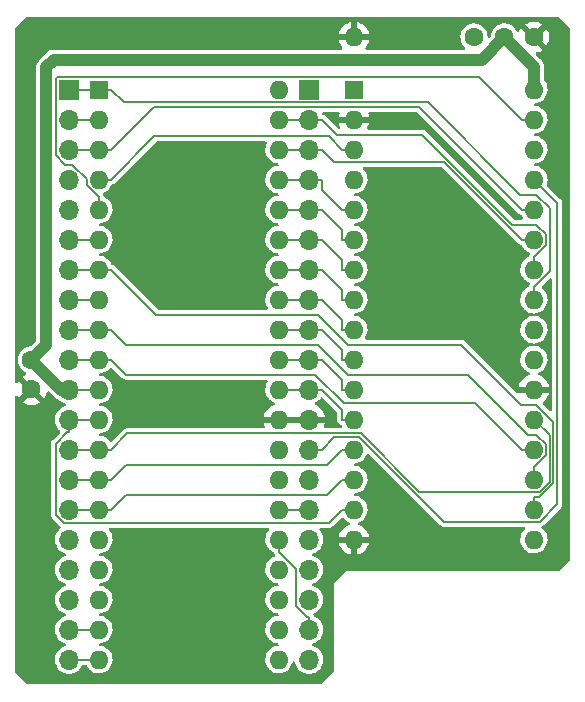
<source format=gbl>
G04 #@! TF.GenerationSoftware,KiCad,Pcbnew,(6.0.9-0)*
G04 #@! TF.CreationDate,2022-11-14T21:54:49+09:00*
G04 #@! TF.ProjectId,MEZ80RAM,4d455a38-3052-4414-9d2e-6b696361645f,A*
G04 #@! TF.SameCoordinates,PX5f5e100PY8f0d180*
G04 #@! TF.FileFunction,Copper,L2,Bot*
G04 #@! TF.FilePolarity,Positive*
%FSLAX46Y46*%
G04 Gerber Fmt 4.6, Leading zero omitted, Abs format (unit mm)*
G04 Created by KiCad (PCBNEW (6.0.9-0)) date 2022-11-14 21:54:49*
%MOMM*%
%LPD*%
G01*
G04 APERTURE LIST*
G04 #@! TA.AperFunction,ComponentPad*
%ADD10R,1.600000X1.600000*%
G04 #@! TD*
G04 #@! TA.AperFunction,ComponentPad*
%ADD11O,1.600000X1.600000*%
G04 #@! TD*
G04 #@! TA.AperFunction,ComponentPad*
%ADD12C,1.600000*%
G04 #@! TD*
G04 #@! TA.AperFunction,ComponentPad*
%ADD13R,1.700000X1.700000*%
G04 #@! TD*
G04 #@! TA.AperFunction,ComponentPad*
%ADD14O,1.700000X1.700000*%
G04 #@! TD*
G04 #@! TA.AperFunction,ViaPad*
%ADD15C,0.605000*%
G04 #@! TD*
G04 #@! TA.AperFunction,Conductor*
%ADD16C,0.152400*%
G04 #@! TD*
G04 #@! TA.AperFunction,Conductor*
%ADD17C,1.000000*%
G04 #@! TD*
G04 APERTURE END LIST*
D10*
X29210000Y50800000D03*
D11*
X29210000Y48260000D03*
X29210000Y45720000D03*
X29210000Y43180000D03*
X29210000Y40640000D03*
X29210000Y38100000D03*
X29210000Y35560000D03*
X29210000Y33020000D03*
X29210000Y30480000D03*
X29210000Y27940000D03*
X29210000Y25400000D03*
X29210000Y22860000D03*
X29210000Y20320000D03*
X29210000Y17780000D03*
X29210000Y15240000D03*
X29210000Y12700000D03*
X44450000Y12700000D03*
X44450000Y15240000D03*
X44450000Y17780000D03*
X44450000Y20320000D03*
X44450000Y22860000D03*
X44450000Y25400000D03*
X44450000Y27940000D03*
X44450000Y30480000D03*
X44450000Y33020000D03*
X44450000Y35560000D03*
X44450000Y38100000D03*
X44450000Y40640000D03*
X44450000Y43180000D03*
X44450000Y45720000D03*
X44450000Y48260000D03*
X44450000Y50800000D03*
D10*
X7620000Y50800000D03*
D11*
X7620000Y48260000D03*
X7620000Y45720000D03*
X7620000Y43180000D03*
X7620000Y40640000D03*
X7620000Y38100000D03*
X7620000Y35560000D03*
X7620000Y33020000D03*
X7620000Y30480000D03*
X7620000Y27940000D03*
X7620000Y25400000D03*
X7620000Y22860000D03*
X7620000Y20320000D03*
X7620000Y17780000D03*
X7620000Y15240000D03*
X7620000Y12700000D03*
X7620000Y10160000D03*
X7620000Y7620000D03*
X7620000Y5080000D03*
X7620000Y2540000D03*
X22860000Y2540000D03*
X22860000Y5080000D03*
X22860000Y7620000D03*
X22860000Y10160000D03*
X22860000Y12700000D03*
X22860000Y15240000D03*
X22860000Y17780000D03*
X22860000Y20320000D03*
X22860000Y22860000D03*
X22860000Y25400000D03*
X22860000Y27940000D03*
X22860000Y30480000D03*
X22860000Y33020000D03*
X22860000Y35560000D03*
X22860000Y38100000D03*
X22860000Y40640000D03*
X22860000Y43180000D03*
X22860000Y45720000D03*
X22860000Y48260000D03*
X22860000Y50800000D03*
D12*
X41950000Y55245000D03*
X44450000Y55245000D03*
X1905000Y27920000D03*
X1905000Y25420000D03*
X39375000Y55245000D03*
D11*
X29215000Y55245000D03*
D13*
X5085000Y50805000D03*
D14*
X5085000Y48265000D03*
X5085000Y45725000D03*
X5085000Y43185000D03*
X5085000Y40645000D03*
X5085000Y38105000D03*
X5085000Y35565000D03*
X5085000Y33025000D03*
X5085000Y30485000D03*
X5085000Y27945000D03*
X5085000Y25405000D03*
X5085000Y22865000D03*
X5085000Y20325000D03*
X5085000Y17785000D03*
X5085000Y15245000D03*
X5085000Y12705000D03*
X5085000Y10165000D03*
X5085000Y7625000D03*
X5085000Y5085000D03*
X5085000Y2545000D03*
D13*
X25405000Y50800000D03*
D14*
X25405000Y48260000D03*
X25405000Y45720000D03*
X25405000Y43180000D03*
X25405000Y40640000D03*
X25405000Y38100000D03*
X25405000Y35560000D03*
X25405000Y33020000D03*
X25405000Y30480000D03*
X25405000Y27940000D03*
X25405000Y25400000D03*
X25405000Y22860000D03*
X25405000Y20320000D03*
X25405000Y17780000D03*
X25405000Y15240000D03*
X25405000Y12700000D03*
X25405000Y10160000D03*
X25405000Y7620000D03*
X25405000Y5080000D03*
X25405000Y2540000D03*
D15*
X10160000Y43180000D03*
X31750000Y31115000D03*
X31750000Y43180000D03*
X20320000Y40640000D03*
X46355000Y44450000D03*
X1905000Y1905000D03*
X10160000Y40640000D03*
X1905000Y55245000D03*
X15240000Y43180000D03*
X10160000Y12700000D03*
X24130000Y1270000D03*
X46355000Y12700000D03*
X38735000Y35560000D03*
X15240000Y12700000D03*
X34925000Y43180000D03*
X20320000Y12700000D03*
X20320000Y24130000D03*
X41275000Y35560000D03*
X1270000Y40640000D03*
X20320000Y43180000D03*
X1905000Y12700000D03*
X15240000Y1905000D03*
X10160000Y24130000D03*
X15240000Y40640000D03*
D16*
X5085000Y25405000D02*
X6586100Y25405000D01*
D17*
X1905000Y27920000D02*
X3175000Y29190000D01*
X44450000Y50830000D02*
X44435000Y50815000D01*
X4420000Y25405000D02*
X1905000Y27920000D01*
X40045000Y53340000D02*
X41950000Y55245000D01*
X3175000Y29190000D02*
X3175000Y52705000D01*
D16*
X7620000Y25400000D02*
X6591100Y25400000D01*
D17*
X3175000Y52705000D02*
X3810000Y53340000D01*
X5085000Y25405000D02*
X4420000Y25405000D01*
X41950000Y55245000D02*
X44450000Y52745000D01*
X3810000Y53340000D02*
X40045000Y53340000D01*
X44435000Y50815000D02*
X44450000Y50800000D01*
X44450000Y52745000D02*
X44450000Y50830000D01*
D16*
X6586100Y25405000D02*
X6591100Y25400000D01*
X7620000Y50800000D02*
X8648900Y50800000D01*
X43271000Y41910000D02*
X44665300Y41910000D01*
X44665300Y41910000D02*
X45804100Y40771200D01*
X8648900Y50800000D02*
X9727800Y49721100D01*
X6586100Y50805000D02*
X6591100Y50800000D01*
X44450000Y33020000D02*
X44450000Y34048900D01*
X45804100Y40771200D02*
X45804100Y35403000D01*
X7620000Y50800000D02*
X6591100Y50800000D01*
X9727800Y49721100D02*
X35459900Y49721100D01*
X35459900Y49721100D02*
X43271000Y41910000D01*
X45804100Y35403000D02*
X44450000Y34048900D01*
X5085000Y50805000D02*
X6586100Y50805000D01*
X7620000Y48260000D02*
X6591100Y48260000D01*
X6586100Y48265000D02*
X6591100Y48260000D01*
X5085000Y48265000D02*
X6586100Y48265000D01*
X5085000Y45725000D02*
X6586100Y45725000D01*
X8648900Y45720000D02*
X12274100Y49345200D01*
X44450000Y40640000D02*
X43421100Y40640000D01*
X7620000Y45720000D02*
X8648900Y45720000D01*
X34715900Y49345200D02*
X43421100Y40640000D01*
X7620000Y45720000D02*
X6591100Y45720000D01*
X6586100Y45725000D02*
X6591100Y45720000D01*
X12274100Y49345200D02*
X34715900Y49345200D01*
X27063600Y46837500D02*
X28181100Y45720000D01*
X8648900Y43180000D02*
X12306400Y46837500D01*
X12306400Y46837500D02*
X27063600Y46837500D01*
X29210000Y45720000D02*
X28181100Y45720000D01*
X7620000Y43180000D02*
X8648900Y43180000D01*
X4131300Y51884000D02*
X39797100Y51884000D01*
X44450000Y48260000D02*
X43421100Y48260000D01*
X4006000Y51758700D02*
X4131300Y51884000D01*
X4770000Y44455000D02*
X4006000Y45219000D01*
X7620000Y41668900D02*
X6591100Y42697800D01*
X7620000Y40640000D02*
X7620000Y41668900D01*
X5364300Y44455000D02*
X4770000Y44455000D01*
X4006000Y45219000D02*
X4006000Y51758700D01*
X39797100Y51884000D02*
X43421100Y48260000D01*
X6591100Y43228200D02*
X5364300Y44455000D01*
X6591100Y42697800D02*
X6591100Y43228200D01*
X6586100Y38105000D02*
X6591100Y38100000D01*
X5085000Y38105000D02*
X6586100Y38105000D01*
X7620000Y38100000D02*
X6591100Y38100000D01*
X44450000Y15240000D02*
X44450000Y16268900D01*
X44881600Y16268900D02*
X46093500Y17480800D01*
X7620000Y35560000D02*
X8648900Y35560000D01*
X28727300Y29210000D02*
X26191900Y31745400D01*
X12463500Y31745400D02*
X8648900Y35560000D01*
X6586100Y35565000D02*
X6591100Y35560000D01*
X46093500Y17480800D02*
X46093500Y22681200D01*
X7620000Y35560000D02*
X6591100Y35560000D01*
X5085000Y35565000D02*
X6586100Y35565000D01*
X46093500Y22681200D02*
X44644700Y24130000D01*
X38272500Y29210000D02*
X28727300Y29210000D01*
X26191900Y31745400D02*
X12463500Y31745400D01*
X43352500Y24130000D02*
X38272500Y29210000D01*
X44644700Y24130000D02*
X43352500Y24130000D01*
X44450000Y16268900D02*
X44881600Y16268900D01*
X6586100Y33025000D02*
X6591100Y33020000D01*
X5085000Y33025000D02*
X6586100Y33025000D01*
X7620000Y33020000D02*
X6591100Y33020000D01*
X9923500Y29205400D02*
X26191900Y29205400D01*
X44450000Y17780000D02*
X44450000Y18808900D01*
X7620000Y30480000D02*
X6591100Y30480000D01*
X28727300Y26670000D02*
X38887400Y26670000D01*
X8648900Y30480000D02*
X9923500Y29205400D01*
X43967400Y21590000D02*
X44642100Y21590000D01*
X5085000Y30485000D02*
X6586100Y30485000D01*
X7620000Y30480000D02*
X8648900Y30480000D01*
X45483300Y19842200D02*
X44450000Y18808900D01*
X26191900Y29205400D02*
X28727300Y26670000D01*
X6586100Y30485000D02*
X6591100Y30480000D01*
X38887400Y26670000D02*
X43967400Y21590000D01*
X45483300Y20748800D02*
X45483300Y19842200D01*
X44642100Y21590000D02*
X45483300Y20748800D01*
X9923500Y26665400D02*
X8648900Y27940000D01*
X5085000Y27945000D02*
X6586100Y27945000D01*
X43421100Y20320000D02*
X39503000Y24238100D01*
X44450000Y20320000D02*
X43421100Y20320000D01*
X7620000Y27940000D02*
X6591100Y27940000D01*
X25914400Y26665400D02*
X9923500Y26665400D01*
X28341700Y24238100D02*
X25914400Y26665400D01*
X39503000Y24238100D02*
X28341700Y24238100D01*
X7620000Y27940000D02*
X8648900Y27940000D01*
X6586100Y27945000D02*
X6591100Y27940000D01*
X4662800Y14128500D02*
X27069600Y14128500D01*
X3976100Y14815200D02*
X4662800Y14128500D01*
X4950100Y21786100D02*
X3976100Y20812100D01*
X29210000Y15240000D02*
X28181100Y15240000D01*
X6586100Y22865000D02*
X6591100Y22860000D01*
X5085000Y21786100D02*
X4950100Y21786100D01*
X5085000Y22865000D02*
X5085000Y21786100D01*
X3976100Y20812100D02*
X3976100Y14815200D01*
X7620000Y22860000D02*
X6591100Y22860000D01*
X5085000Y22865000D02*
X6586100Y22865000D01*
X27069600Y14128500D02*
X28181100Y15240000D01*
X10035400Y21706500D02*
X8648900Y20320000D01*
X5085000Y20325000D02*
X6586100Y20325000D01*
X34739600Y16744300D02*
X29777400Y21706500D01*
X45788400Y21521600D02*
X45788400Y17607300D01*
X44925400Y16744300D02*
X34739600Y16744300D01*
X45788400Y17607300D02*
X44925400Y16744300D01*
X7620000Y20320000D02*
X8648900Y20320000D01*
X6586100Y20325000D02*
X6591100Y20320000D01*
X7620000Y20320000D02*
X6591100Y20320000D01*
X44450000Y22860000D02*
X45788400Y21521600D01*
X29777400Y21706500D02*
X10035400Y21706500D01*
X26911100Y19050000D02*
X28181100Y20320000D01*
X29210000Y20320000D02*
X28181100Y20320000D01*
X7620000Y17780000D02*
X8648900Y17780000D01*
X6586100Y17785000D02*
X6591100Y17780000D01*
X7620000Y17780000D02*
X6591100Y17780000D01*
X8648900Y17780000D02*
X9918900Y19050000D01*
X9918900Y19050000D02*
X26911100Y19050000D01*
X5085000Y17785000D02*
X6586100Y17785000D01*
X5085000Y15245000D02*
X6586100Y15245000D01*
X7620000Y15240000D02*
X8648900Y15240000D01*
X7620000Y15240000D02*
X6591100Y15240000D01*
X8648900Y15240000D02*
X9918900Y16510000D01*
X26911100Y16510000D02*
X28181100Y17780000D01*
X9918900Y16510000D02*
X26911100Y16510000D01*
X29210000Y17780000D02*
X28181100Y17780000D01*
X6586100Y15245000D02*
X6591100Y15240000D01*
X25405000Y15240000D02*
X22860000Y15240000D01*
X22860000Y48260000D02*
X25405000Y48260000D01*
X34962800Y46990000D02*
X42582800Y39370000D01*
X25405000Y48260000D02*
X26483900Y48260000D01*
X42582800Y39370000D02*
X44657700Y39370000D01*
X44450000Y35560000D02*
X44450000Y36588900D01*
X45498900Y37637800D02*
X44450000Y36588900D01*
X44657700Y39370000D02*
X45498900Y38528800D01*
X26483900Y48260000D02*
X27753900Y46990000D01*
X45498900Y38528800D02*
X45498900Y37637800D01*
X27753900Y46990000D02*
X34962800Y46990000D01*
X25405000Y45720000D02*
X26483900Y45720000D01*
X27523900Y44680000D02*
X26483900Y45720000D01*
X36841100Y44680000D02*
X27523900Y44680000D01*
X22860000Y45720000D02*
X25405000Y45720000D01*
X43421100Y38100000D02*
X36841100Y44680000D01*
X44450000Y38100000D02*
X43421100Y38100000D01*
X29210000Y40640000D02*
X28181100Y40640000D01*
X26483900Y42337200D02*
X28181100Y40640000D01*
X22860000Y43180000D02*
X25405000Y43180000D01*
X25405000Y43180000D02*
X26483900Y43180000D01*
X26483900Y43180000D02*
X26483900Y42337200D01*
X28181100Y38942800D02*
X28181100Y38100000D01*
X26483900Y40640000D02*
X28181100Y38942800D01*
X29210000Y38100000D02*
X28181100Y38100000D01*
X25405000Y40640000D02*
X26483900Y40640000D01*
X22860000Y40640000D02*
X25405000Y40640000D01*
X26483900Y38100000D02*
X28181100Y36402800D01*
X28181100Y36402800D02*
X28181100Y35560000D01*
X29210000Y35560000D02*
X28181100Y35560000D01*
X25405000Y38100000D02*
X26483900Y38100000D01*
X22860000Y38100000D02*
X25405000Y38100000D01*
X25405000Y35560000D02*
X26483900Y35560000D01*
X26483900Y35560000D02*
X28181100Y33862800D01*
X22860000Y35560000D02*
X25405000Y35560000D01*
X28181100Y33862800D02*
X28181100Y33020000D01*
X29210000Y33020000D02*
X28181100Y33020000D01*
X29210000Y30480000D02*
X28181100Y30480000D01*
X28181100Y31322800D02*
X28181100Y30480000D01*
X22860000Y33020000D02*
X25405000Y33020000D01*
X25405000Y33020000D02*
X26483900Y33020000D01*
X26483900Y33020000D02*
X28181100Y31322800D01*
X26483900Y30480000D02*
X28181100Y28782800D01*
X29210000Y27940000D02*
X28181100Y27940000D01*
X25405000Y30480000D02*
X26483900Y30480000D01*
X28181100Y28782800D02*
X28181100Y27940000D01*
X22860000Y30480000D02*
X25405000Y30480000D01*
X25405000Y27940000D02*
X26483900Y27940000D01*
X22860000Y27940000D02*
X25405000Y27940000D01*
X26483900Y27940000D02*
X28181100Y26242800D01*
X28181100Y26242800D02*
X28181100Y25400000D01*
X29210000Y25400000D02*
X28181100Y25400000D01*
X28181100Y23702800D02*
X28181100Y22860000D01*
X29210000Y22860000D02*
X28181100Y22860000D01*
X22860000Y25400000D02*
X25405000Y25400000D01*
X26483900Y25400000D02*
X28181100Y23702800D01*
X25405000Y25400000D02*
X26483900Y25400000D01*
X5085000Y5085000D02*
X6586100Y5085000D01*
X6586100Y5085000D02*
X6591100Y5080000D01*
X7620000Y5080000D02*
X6591100Y5080000D01*
X7620000Y2540000D02*
X6591100Y2540000D01*
X5085000Y2545000D02*
X6586100Y2545000D01*
X6586100Y2545000D02*
X6591100Y2540000D01*
X36846700Y14205500D02*
X44927000Y14205500D01*
X29650900Y21401300D02*
X36846700Y14205500D01*
X46432100Y15710600D02*
X46432100Y41197900D01*
X46432100Y41197900D02*
X44450000Y43180000D01*
X44927000Y14205500D02*
X46432100Y15710600D01*
X25405000Y20320000D02*
X26483900Y20320000D01*
X26483900Y20320000D02*
X27565200Y21401300D01*
X27565200Y21401300D02*
X29650900Y21401300D01*
X24326100Y7102800D02*
X24326100Y10205000D01*
X25405000Y6158900D02*
X25270000Y6158900D01*
X22860000Y12700000D02*
X22860000Y11671100D01*
X25405000Y5080000D02*
X25405000Y6158900D01*
X25270000Y6158900D02*
X24326100Y7102800D01*
X24326100Y10205000D02*
X22860000Y11671100D01*
G04 #@! TA.AperFunction,Conductor*
G36*
X46518198Y56919998D02*
G01*
X46536373Y56905809D01*
X47453032Y56044150D01*
X47460299Y56037319D01*
X47496234Y55976088D01*
X47500000Y55945512D01*
X47500000Y11052190D01*
X47479998Y10984069D01*
X47463095Y10963095D01*
X46536905Y10036905D01*
X46474593Y10002879D01*
X46447810Y10000000D01*
X28500000Y10000000D01*
X27500000Y9000000D01*
X27500000Y1552191D01*
X27479998Y1484070D01*
X27463096Y1463096D01*
X26536780Y536778D01*
X26474467Y502753D01*
X26447988Y499873D01*
X12206061Y465694D01*
X1554532Y440131D01*
X1486364Y459970D01*
X1462578Y479667D01*
X623090Y1369525D01*
X534348Y1463591D01*
X502152Y1526868D01*
X500000Y1550055D01*
X500000Y24333938D01*
X1183493Y24333938D01*
X1192789Y24321923D01*
X1243994Y24286069D01*
X1253489Y24280586D01*
X1450947Y24188510D01*
X1461239Y24184764D01*
X1671688Y24128375D01*
X1682481Y24126472D01*
X1899525Y24107483D01*
X1910475Y24107483D01*
X2127519Y24126472D01*
X2138312Y24128375D01*
X2348761Y24184764D01*
X2359053Y24188510D01*
X2556511Y24280586D01*
X2566006Y24286069D01*
X2618048Y24322509D01*
X2626424Y24332988D01*
X2619356Y24346434D01*
X1917812Y25047978D01*
X1903868Y25055592D01*
X1902035Y25055461D01*
X1895420Y25051210D01*
X1189923Y24345713D01*
X1183493Y24333938D01*
X500000Y24333938D01*
X500000Y24769691D01*
X520002Y24837812D01*
X573658Y24884305D01*
X643932Y24894409D01*
X708512Y24864915D01*
X740195Y24822941D01*
X765586Y24768489D01*
X771069Y24758994D01*
X807509Y24706952D01*
X817988Y24698576D01*
X831434Y24705644D01*
X1532978Y25407188D01*
X1540592Y25421132D01*
X1540461Y25422965D01*
X1536210Y25429580D01*
X830713Y26135077D01*
X818938Y26141507D01*
X806923Y26132211D01*
X771069Y26081006D01*
X765586Y26071511D01*
X740195Y26017059D01*
X693277Y25963774D01*
X625000Y25944313D01*
X557040Y25964855D01*
X510975Y26018878D01*
X500000Y26070309D01*
X500000Y27915106D01*
X507757Y27941525D01*
X503495Y27950272D01*
X746955Y27950272D01*
X751730Y27923347D01*
X763796Y27739251D01*
X765217Y27733655D01*
X765218Y27733650D01*
X781315Y27670270D01*
X815845Y27534310D01*
X904369Y27342286D01*
X1026405Y27169609D01*
X1085438Y27112102D01*
X1160627Y27038856D01*
X1177865Y27022063D01*
X1182661Y27018858D01*
X1182664Y27018856D01*
X1240869Y26979965D01*
X1353677Y26904589D01*
X1358980Y26902310D01*
X1358985Y26902308D01*
X1390730Y26888670D01*
X1428299Y26872529D01*
X1482991Y26827263D01*
X1504529Y26759612D01*
X1486072Y26691056D01*
X1431811Y26642567D01*
X1253489Y26559414D01*
X1243994Y26553931D01*
X1191952Y26517491D01*
X1183576Y26507012D01*
X1190644Y26493566D01*
X2979287Y24704923D01*
X2991062Y24698493D01*
X3003077Y24707789D01*
X3038931Y24758994D01*
X3044414Y24768489D01*
X3136490Y24965947D01*
X3140236Y24976239D01*
X3190626Y25164299D01*
X3227578Y25224922D01*
X3291438Y25255943D01*
X3361933Y25247515D01*
X3401428Y25220783D01*
X3789567Y24832644D01*
X3796710Y24824877D01*
X3830020Y24785460D01*
X3835444Y24781313D01*
X3835445Y24781312D01*
X3893932Y24736595D01*
X3896355Y24734695D01*
X3953754Y24688544D01*
X3953764Y24688538D01*
X3959073Y24684269D01*
X3965179Y24681238D01*
X3967804Y24679559D01*
X3968183Y24679294D01*
X3968318Y24679210D01*
X3968742Y24678977D01*
X3971395Y24677370D01*
X3976820Y24673223D01*
X4027461Y24649609D01*
X4049730Y24639225D01*
X4052505Y24637890D01*
X4118480Y24605139D01*
X4118484Y24605137D01*
X4124593Y24602105D01*
X4131218Y24600453D01*
X4134121Y24599385D01*
X4134572Y24599197D01*
X4134712Y24599148D01*
X4135166Y24599014D01*
X4138111Y24598011D01*
X4144297Y24595127D01*
X4150954Y24593639D01*
X4150957Y24593638D01*
X4176289Y24587976D01*
X4236726Y24555264D01*
X4326264Y24468039D01*
X4331060Y24464834D01*
X4331063Y24464832D01*
X4422741Y24403575D01*
X4509717Y24345460D01*
X4515020Y24343182D01*
X4515023Y24343180D01*
X4707129Y24260645D01*
X4712436Y24258365D01*
X4718071Y24257090D01*
X4718074Y24257089D01*
X4719484Y24256770D01*
X4720083Y24256436D01*
X4723562Y24255306D01*
X4723340Y24254623D01*
X4781511Y24222228D01*
X4815016Y24159634D01*
X4809362Y24088863D01*
X4766344Y24032384D01*
X4735287Y24015665D01*
X4571376Y23955196D01*
X4571368Y23955192D01*
X4565957Y23953196D01*
X4560996Y23950244D01*
X4560995Y23950244D01*
X4408948Y23859785D01*
X4376341Y23840386D01*
X4210457Y23694910D01*
X4073863Y23521640D01*
X3971131Y23326380D01*
X3905703Y23115667D01*
X3879770Y22896560D01*
X3894200Y22676396D01*
X3895621Y22670800D01*
X3895622Y22670795D01*
X3933100Y22523229D01*
X3948511Y22462548D01*
X3950928Y22457306D01*
X3950928Y22457305D01*
X3976710Y22401379D01*
X4040883Y22262179D01*
X4168222Y22081998D01*
X4276718Y21976305D01*
X4317049Y21937016D01*
X4351886Y21875154D01*
X4347749Y21804278D01*
X4318222Y21757667D01*
X3697578Y21137023D01*
X3686488Y21127168D01*
X3668934Y21113330D01*
X3668930Y21113326D01*
X3661535Y21107496D01*
X3629943Y21061785D01*
X3627710Y21058662D01*
X3594738Y21014021D01*
X3592473Y21007571D01*
X3588583Y21001943D01*
X3585745Y20992968D01*
X3585742Y20992963D01*
X3571856Y20949054D01*
X3570608Y20945313D01*
X3567933Y20937695D01*
X3555343Y20901845D01*
X3555342Y20901842D01*
X3552223Y20892959D01*
X3551954Y20886123D01*
X3549893Y20879605D01*
X3549400Y20873341D01*
X3549400Y20823580D01*
X3549303Y20818634D01*
X3547186Y20764748D01*
X3548992Y20757937D01*
X3549400Y20750522D01*
X3549400Y14848010D01*
X3548527Y14833202D01*
X3544792Y14801645D01*
X3546484Y14792383D01*
X3546484Y14792374D01*
X3554763Y14747048D01*
X3555414Y14743140D01*
X3563656Y14688316D01*
X3566616Y14682152D01*
X3567845Y14675423D01*
X3593422Y14626185D01*
X3595179Y14622669D01*
X3615120Y14581141D01*
X3615122Y14581137D01*
X3619198Y14572650D01*
X3623841Y14567628D01*
X3626993Y14561559D01*
X3631074Y14556781D01*
X3666249Y14521606D01*
X3669678Y14518041D01*
X3706295Y14478429D01*
X3712387Y14474890D01*
X3717924Y14469931D01*
X4337877Y13849978D01*
X4347734Y13838887D01*
X4359281Y13824239D01*
X4385744Y13758358D01*
X4372390Y13688629D01*
X4343409Y13651505D01*
X4210457Y13534910D01*
X4073863Y13361640D01*
X3971131Y13166380D01*
X3905703Y12955667D01*
X3879770Y12736560D01*
X3894200Y12516396D01*
X3895621Y12510800D01*
X3895622Y12510795D01*
X3919050Y12418548D01*
X3948511Y12302548D01*
X3950928Y12297306D01*
X3950928Y12297305D01*
X4033788Y12117570D01*
X4040883Y12102179D01*
X4168222Y11921998D01*
X4326264Y11768039D01*
X4331060Y11764834D01*
X4331063Y11764832D01*
X4422744Y11703573D01*
X4509717Y11645460D01*
X4515020Y11643182D01*
X4515023Y11643180D01*
X4694504Y11566069D01*
X4712436Y11558365D01*
X4718071Y11557090D01*
X4718074Y11557089D01*
X4719484Y11556770D01*
X4720083Y11556436D01*
X4723562Y11555306D01*
X4723340Y11554623D01*
X4781511Y11522228D01*
X4815016Y11459634D01*
X4809362Y11388863D01*
X4766344Y11332384D01*
X4735287Y11315665D01*
X4571376Y11255196D01*
X4571368Y11255192D01*
X4565957Y11253196D01*
X4560996Y11250244D01*
X4560995Y11250244D01*
X4458886Y11189495D01*
X4376341Y11140386D01*
X4210457Y10994910D01*
X4073863Y10821640D01*
X3971131Y10626380D01*
X3905703Y10415667D01*
X3879770Y10196560D01*
X3894200Y9976396D01*
X3895621Y9970800D01*
X3895622Y9970795D01*
X3935847Y9812411D01*
X3948511Y9762548D01*
X3950928Y9757306D01*
X3950928Y9757305D01*
X3988829Y9675093D01*
X4040883Y9562179D01*
X4168222Y9381998D01*
X4326264Y9228039D01*
X4331060Y9224834D01*
X4331063Y9224832D01*
X4438749Y9152879D01*
X4509717Y9105460D01*
X4515020Y9103182D01*
X4515023Y9103180D01*
X4707129Y9020645D01*
X4712436Y9018365D01*
X4718071Y9017090D01*
X4718074Y9017089D01*
X4719484Y9016770D01*
X4720083Y9016436D01*
X4723562Y9015306D01*
X4723340Y9014623D01*
X4781511Y8982228D01*
X4815016Y8919634D01*
X4809362Y8848863D01*
X4766344Y8792384D01*
X4735287Y8775665D01*
X4571376Y8715196D01*
X4571368Y8715192D01*
X4565957Y8713196D01*
X4560996Y8710244D01*
X4560995Y8710244D01*
X4458886Y8649495D01*
X4376341Y8600386D01*
X4210457Y8454910D01*
X4073863Y8281640D01*
X3971131Y8086380D01*
X3905703Y7875667D01*
X3879770Y7656560D01*
X3894200Y7436396D01*
X3895621Y7430800D01*
X3895622Y7430795D01*
X3919050Y7338548D01*
X3948511Y7222548D01*
X3950928Y7217306D01*
X3950928Y7217305D01*
X3988829Y7135093D01*
X4040883Y7022179D01*
X4168222Y6841998D01*
X4326264Y6688039D01*
X4331060Y6684834D01*
X4331063Y6684832D01*
X4422744Y6623573D01*
X4509717Y6565460D01*
X4515020Y6563182D01*
X4515023Y6563180D01*
X4707129Y6480645D01*
X4712436Y6478365D01*
X4718071Y6477090D01*
X4718074Y6477089D01*
X4719484Y6476770D01*
X4720083Y6476436D01*
X4723562Y6475306D01*
X4723340Y6474623D01*
X4781511Y6442228D01*
X4815016Y6379634D01*
X4809362Y6308863D01*
X4766344Y6252384D01*
X4735287Y6235665D01*
X4571376Y6175196D01*
X4571368Y6175192D01*
X4565957Y6173196D01*
X4560996Y6170244D01*
X4560995Y6170244D01*
X4458886Y6109495D01*
X4376341Y6060386D01*
X4210457Y5914910D01*
X4073863Y5741640D01*
X3971131Y5546380D01*
X3905703Y5335667D01*
X3879770Y5116560D01*
X3894200Y4896396D01*
X3895621Y4890800D01*
X3895622Y4890795D01*
X3917599Y4804262D01*
X3948511Y4682548D01*
X3950928Y4677306D01*
X3950928Y4677305D01*
X4033788Y4497570D01*
X4040883Y4482179D01*
X4168222Y4301998D01*
X4326264Y4148039D01*
X4331060Y4144834D01*
X4331063Y4144832D01*
X4422744Y4083573D01*
X4509717Y4025460D01*
X4515020Y4023182D01*
X4515023Y4023180D01*
X4707129Y3940645D01*
X4712436Y3938365D01*
X4718071Y3937090D01*
X4718074Y3937089D01*
X4719484Y3936770D01*
X4720083Y3936436D01*
X4723562Y3935306D01*
X4723340Y3934623D01*
X4781511Y3902228D01*
X4815016Y3839634D01*
X4809362Y3768863D01*
X4766344Y3712384D01*
X4735287Y3695665D01*
X4571376Y3635196D01*
X4571368Y3635192D01*
X4565957Y3633196D01*
X4560996Y3630244D01*
X4560995Y3630244D01*
X4458886Y3569495D01*
X4376341Y3520386D01*
X4210457Y3374910D01*
X4073863Y3201640D01*
X3971131Y3006380D01*
X3905703Y2795667D01*
X3879770Y2576560D01*
X3894200Y2356396D01*
X3895621Y2350800D01*
X3895622Y2350795D01*
X3917599Y2264262D01*
X3948511Y2142548D01*
X3950928Y2137306D01*
X3950928Y2137305D01*
X4033788Y1957570D01*
X4040883Y1942179D01*
X4168222Y1761998D01*
X4326264Y1608039D01*
X4331060Y1604834D01*
X4331063Y1604832D01*
X4422744Y1543573D01*
X4509717Y1485460D01*
X4515020Y1483182D01*
X4515023Y1483180D01*
X4707129Y1400645D01*
X4712436Y1398365D01*
X4762742Y1386982D01*
X4921995Y1350946D01*
X4922001Y1350945D01*
X4927632Y1349671D01*
X4933403Y1349444D01*
X4933405Y1349444D01*
X5001211Y1346780D01*
X5148098Y1341009D01*
X5257275Y1356839D01*
X5360738Y1371840D01*
X5360743Y1371841D01*
X5366452Y1372669D01*
X5371916Y1374524D01*
X5371921Y1374525D01*
X5569907Y1441732D01*
X5569912Y1441734D01*
X5575379Y1443590D01*
X5610210Y1463096D01*
X5720013Y1524589D01*
X5767884Y1551398D01*
X5808231Y1584954D01*
X5933086Y1688796D01*
X5937518Y1692482D01*
X5966581Y1727426D01*
X6074908Y1857674D01*
X6074910Y1857677D01*
X6078602Y1862116D01*
X6185989Y2053869D01*
X6236723Y2103528D01*
X6295921Y2118300D01*
X6466788Y2118300D01*
X6534909Y2098298D01*
X6581214Y2045051D01*
X6619369Y1962286D01*
X6741405Y1789609D01*
X6770041Y1761713D01*
X6841109Y1692482D01*
X6892865Y1642063D01*
X6897661Y1638858D01*
X6897664Y1638856D01*
X7023026Y1555092D01*
X7068677Y1524589D01*
X7073985Y1522308D01*
X7073986Y1522308D01*
X7257650Y1443400D01*
X7257653Y1443399D01*
X7262953Y1441122D01*
X7268582Y1439848D01*
X7268583Y1439848D01*
X7463550Y1395731D01*
X7463553Y1395731D01*
X7469186Y1394456D01*
X7474957Y1394229D01*
X7474959Y1394229D01*
X7529400Y1392090D01*
X7680470Y1386154D01*
X7686179Y1386982D01*
X7686183Y1386982D01*
X7884015Y1415667D01*
X7884019Y1415668D01*
X7889730Y1416496D01*
X7977866Y1446414D01*
X8084483Y1482605D01*
X8084488Y1482607D01*
X8089955Y1484463D01*
X8094998Y1487287D01*
X8269395Y1584954D01*
X8269399Y1584957D01*
X8274442Y1587781D01*
X8437012Y1722988D01*
X8572219Y1885558D01*
X8575043Y1890601D01*
X8575046Y1890605D01*
X8672713Y2065002D01*
X8672714Y2065004D01*
X8675537Y2070045D01*
X8677393Y2075512D01*
X8677395Y2075517D01*
X8739525Y2258548D01*
X8743504Y2270270D01*
X8745083Y2281155D01*
X8773314Y2475860D01*
X8773314Y2475862D01*
X8773846Y2479530D01*
X8775429Y2540000D01*
X8756081Y2750560D01*
X8698686Y2954069D01*
X8689992Y2971700D01*
X8607719Y3138531D01*
X8605165Y3143710D01*
X8478651Y3313133D01*
X8323381Y3456663D01*
X8255357Y3499583D01*
X8149434Y3566416D01*
X8149433Y3566416D01*
X8144554Y3569495D01*
X7948160Y3647848D01*
X7942503Y3648973D01*
X7942497Y3648975D01*
X7745234Y3688212D01*
X7682324Y3721119D01*
X7647192Y3782814D01*
X7650992Y3853709D01*
X7692517Y3911295D01*
X7751734Y3936487D01*
X7884015Y3955667D01*
X7884019Y3955668D01*
X7889730Y3956496D01*
X7977866Y3986414D01*
X8084483Y4022605D01*
X8084488Y4022607D01*
X8089955Y4024463D01*
X8094998Y4027287D01*
X8269395Y4124954D01*
X8269399Y4124957D01*
X8274442Y4127781D01*
X8437012Y4262988D01*
X8572219Y4425558D01*
X8575043Y4430601D01*
X8575046Y4430605D01*
X8672713Y4605002D01*
X8672714Y4605004D01*
X8675537Y4610045D01*
X8677393Y4615512D01*
X8677395Y4615517D01*
X8739525Y4798548D01*
X8743504Y4810270D01*
X8745083Y4821155D01*
X8773314Y5015860D01*
X8773314Y5015862D01*
X8773846Y5019530D01*
X8775429Y5080000D01*
X8756081Y5290560D01*
X8698686Y5494069D01*
X8689992Y5511700D01*
X8607719Y5678531D01*
X8605165Y5683710D01*
X8478651Y5853133D01*
X8323381Y5996663D01*
X8255357Y6039583D01*
X8149434Y6106416D01*
X8149433Y6106416D01*
X8144554Y6109495D01*
X7948160Y6187848D01*
X7942503Y6188973D01*
X7942497Y6188975D01*
X7745234Y6228212D01*
X7682324Y6261119D01*
X7647192Y6322814D01*
X7650992Y6393709D01*
X7692517Y6451295D01*
X7751734Y6476487D01*
X7884015Y6495667D01*
X7884019Y6495668D01*
X7889730Y6496496D01*
X7977866Y6526414D01*
X8084483Y6562605D01*
X8084488Y6562607D01*
X8089955Y6564463D01*
X8094998Y6567287D01*
X8269395Y6664954D01*
X8269399Y6664957D01*
X8274442Y6667781D01*
X8437012Y6802988D01*
X8572219Y6965558D01*
X8575043Y6970601D01*
X8575046Y6970605D01*
X8672713Y7145002D01*
X8672714Y7145004D01*
X8675537Y7150045D01*
X8677393Y7155512D01*
X8677395Y7155517D01*
X8741222Y7343548D01*
X8743504Y7350270D01*
X8751829Y7407680D01*
X8773314Y7555860D01*
X8773314Y7555862D01*
X8773846Y7559530D01*
X8775429Y7620000D01*
X8756081Y7830560D01*
X8698686Y8034069D01*
X8687553Y8056646D01*
X8607719Y8218531D01*
X8605165Y8223710D01*
X8478651Y8393133D01*
X8323381Y8536663D01*
X8255357Y8579583D01*
X8149434Y8646416D01*
X8149433Y8646416D01*
X8144554Y8649495D01*
X7948160Y8727848D01*
X7942503Y8728973D01*
X7942497Y8728975D01*
X7745234Y8768212D01*
X7682324Y8801119D01*
X7647192Y8862814D01*
X7650992Y8933709D01*
X7692517Y8991295D01*
X7751734Y9016487D01*
X7884015Y9035667D01*
X7884019Y9035668D01*
X7889730Y9036496D01*
X7979454Y9066953D01*
X8084483Y9102605D01*
X8084488Y9102607D01*
X8089955Y9104463D01*
X8094998Y9107287D01*
X8269395Y9204954D01*
X8269399Y9204957D01*
X8274442Y9207781D01*
X8437012Y9342988D01*
X8572219Y9505558D01*
X8575043Y9510601D01*
X8575046Y9510605D01*
X8672713Y9685002D01*
X8672714Y9685004D01*
X8675537Y9690045D01*
X8677393Y9695512D01*
X8677395Y9695517D01*
X8741222Y9883548D01*
X8743504Y9890270D01*
X8751829Y9947680D01*
X8773314Y10095860D01*
X8773314Y10095862D01*
X8773846Y10099530D01*
X8775429Y10160000D01*
X8756081Y10370560D01*
X8698686Y10574069D01*
X8687553Y10596646D01*
X8607719Y10758531D01*
X8605165Y10763710D01*
X8478651Y10933133D01*
X8323381Y11076663D01*
X8255357Y11119583D01*
X8149434Y11186416D01*
X8149433Y11186416D01*
X8144554Y11189495D01*
X7948160Y11267848D01*
X7942503Y11268973D01*
X7942497Y11268975D01*
X7745234Y11308212D01*
X7682324Y11341119D01*
X7647192Y11402814D01*
X7650992Y11473709D01*
X7692517Y11531295D01*
X7751734Y11556487D01*
X7884015Y11575667D01*
X7884019Y11575668D01*
X7889730Y11576496D01*
X7997000Y11612909D01*
X8084483Y11642605D01*
X8084488Y11642607D01*
X8089955Y11644463D01*
X8094998Y11647287D01*
X8269395Y11744954D01*
X8269399Y11744957D01*
X8274442Y11747781D01*
X8437012Y11882988D01*
X8572219Y12045558D01*
X8575043Y12050601D01*
X8575046Y12050605D01*
X8672713Y12225002D01*
X8672714Y12225004D01*
X8675537Y12230045D01*
X8677393Y12235512D01*
X8677395Y12235517D01*
X8741222Y12423548D01*
X8743504Y12430270D01*
X8744935Y12440135D01*
X8773314Y12635860D01*
X8773314Y12635862D01*
X8773846Y12639530D01*
X8775429Y12700000D01*
X8756081Y12910560D01*
X8698686Y13114069D01*
X8687553Y13136646D01*
X8607719Y13298531D01*
X8605165Y13303710D01*
X8478651Y13473133D01*
X8474414Y13477049D01*
X8474411Y13477053D01*
X8467681Y13483274D01*
X8431235Y13544201D01*
X8433514Y13615161D01*
X8473795Y13673624D01*
X8539290Y13701029D01*
X8553208Y13701800D01*
X21925255Y13701800D01*
X21993376Y13681798D01*
X22039869Y13628142D01*
X22049973Y13557868D01*
X22020297Y13496594D01*
X22021881Y13495345D01*
X21890976Y13329292D01*
X21888287Y13324181D01*
X21888285Y13324178D01*
X21874792Y13298531D01*
X21792523Y13142164D01*
X21729820Y12940227D01*
X21704967Y12730246D01*
X21718796Y12519251D01*
X21720217Y12513655D01*
X21720218Y12513650D01*
X21769424Y12319905D01*
X21770845Y12314310D01*
X21773262Y12309067D01*
X21816802Y12214621D01*
X21859369Y12122286D01*
X21981405Y11949609D01*
X22010041Y11921713D01*
X22081109Y11852482D01*
X22132865Y11802063D01*
X22137661Y11798858D01*
X22137664Y11798856D01*
X22247782Y11725278D01*
X22308677Y11684589D01*
X22313977Y11682312D01*
X22313988Y11682306D01*
X22370150Y11658177D01*
X22424842Y11612909D01*
X22445010Y11561145D01*
X22446154Y11553534D01*
X22446156Y11553527D01*
X22447556Y11544216D01*
X22450516Y11538052D01*
X22451745Y11531323D01*
X22477322Y11482085D01*
X22479079Y11478569D01*
X22499020Y11437041D01*
X22499022Y11437037D01*
X22503098Y11428550D01*
X22507741Y11423528D01*
X22508535Y11422000D01*
X22508726Y11421397D01*
X22509660Y11419832D01*
X22510888Y11417468D01*
X22510103Y11417060D01*
X22529764Y11355127D01*
X22511251Y11286587D01*
X22458622Y11238935D01*
X22447405Y11234169D01*
X22382950Y11210390D01*
X22362575Y11202873D01*
X22357614Y11199921D01*
X22357613Y11199921D01*
X22222577Y11119583D01*
X22180856Y11094762D01*
X22021881Y10955345D01*
X21890976Y10789292D01*
X21888287Y10784181D01*
X21888285Y10784178D01*
X21874792Y10758531D01*
X21792523Y10602164D01*
X21729820Y10400227D01*
X21704967Y10190246D01*
X21718796Y9979251D01*
X21720217Y9973655D01*
X21720218Y9973650D01*
X21754777Y9837576D01*
X21770845Y9774310D01*
X21773262Y9769067D01*
X21816802Y9674621D01*
X21859369Y9582286D01*
X21981405Y9409609D01*
X22011811Y9379989D01*
X22081109Y9312482D01*
X22132865Y9262063D01*
X22137661Y9258858D01*
X22137664Y9258856D01*
X22263026Y9175092D01*
X22308677Y9144589D01*
X22313985Y9142308D01*
X22313986Y9142308D01*
X22497650Y9063400D01*
X22497653Y9063399D01*
X22502953Y9061122D01*
X22508582Y9059848D01*
X22508583Y9059848D01*
X22703550Y9015731D01*
X22703553Y9015731D01*
X22709186Y9014456D01*
X22714958Y9014229D01*
X22720687Y9013475D01*
X22720327Y9010743D01*
X22776604Y8991784D01*
X22820950Y8936341D01*
X22828282Y8865724D01*
X22796271Y8802353D01*
X22735081Y8766349D01*
X22725704Y8764368D01*
X22566650Y8737038D01*
X22566649Y8737038D01*
X22560953Y8736059D01*
X22362575Y8662873D01*
X22357614Y8659921D01*
X22357613Y8659921D01*
X22222577Y8579583D01*
X22180856Y8554762D01*
X22021881Y8415345D01*
X21890976Y8249292D01*
X21888287Y8244181D01*
X21888285Y8244178D01*
X21874792Y8218531D01*
X21792523Y8062164D01*
X21729820Y7860227D01*
X21704967Y7650246D01*
X21718796Y7439251D01*
X21720217Y7433655D01*
X21720218Y7433650D01*
X21769424Y7239905D01*
X21770845Y7234310D01*
X21773262Y7229067D01*
X21816802Y7134621D01*
X21859369Y7042286D01*
X21981405Y6869609D01*
X22013882Y6837971D01*
X22081109Y6772482D01*
X22132865Y6722063D01*
X22137661Y6718858D01*
X22137664Y6718856D01*
X22263026Y6635092D01*
X22308677Y6604589D01*
X22313985Y6602308D01*
X22313986Y6602308D01*
X22497650Y6523400D01*
X22497653Y6523399D01*
X22502953Y6521122D01*
X22508582Y6519848D01*
X22508583Y6519848D01*
X22703550Y6475731D01*
X22703553Y6475731D01*
X22709186Y6474456D01*
X22714958Y6474229D01*
X22720687Y6473475D01*
X22720327Y6470743D01*
X22776604Y6451784D01*
X22820950Y6396341D01*
X22828282Y6325724D01*
X22796271Y6262353D01*
X22735081Y6226349D01*
X22725704Y6224368D01*
X22566650Y6197038D01*
X22566649Y6197038D01*
X22560953Y6196059D01*
X22362575Y6122873D01*
X22357614Y6119921D01*
X22357613Y6119921D01*
X22222577Y6039583D01*
X22180856Y6014762D01*
X22021881Y5875345D01*
X21890976Y5709292D01*
X21888287Y5704181D01*
X21888285Y5704178D01*
X21874792Y5678531D01*
X21792523Y5522164D01*
X21729820Y5320227D01*
X21704967Y5110246D01*
X21718796Y4899251D01*
X21720217Y4893655D01*
X21720218Y4893650D01*
X21769424Y4699905D01*
X21770845Y4694310D01*
X21773262Y4689067D01*
X21816802Y4594621D01*
X21859369Y4502286D01*
X21981405Y4329609D01*
X22010041Y4301713D01*
X22081109Y4232482D01*
X22132865Y4182063D01*
X22137661Y4178858D01*
X22137664Y4178856D01*
X22263026Y4095092D01*
X22308677Y4064589D01*
X22313985Y4062308D01*
X22313986Y4062308D01*
X22497650Y3983400D01*
X22497653Y3983399D01*
X22502953Y3981122D01*
X22508582Y3979848D01*
X22508583Y3979848D01*
X22703550Y3935731D01*
X22703553Y3935731D01*
X22709186Y3934456D01*
X22714958Y3934229D01*
X22720687Y3933475D01*
X22720327Y3930743D01*
X22776604Y3911784D01*
X22820950Y3856341D01*
X22828282Y3785724D01*
X22796271Y3722353D01*
X22735081Y3686349D01*
X22725704Y3684368D01*
X22566650Y3657038D01*
X22566649Y3657038D01*
X22560953Y3656059D01*
X22362575Y3582873D01*
X22357614Y3579921D01*
X22357613Y3579921D01*
X22222577Y3499583D01*
X22180856Y3474762D01*
X22021881Y3335345D01*
X21890976Y3169292D01*
X21888287Y3164181D01*
X21888285Y3164178D01*
X21874792Y3138531D01*
X21792523Y2982164D01*
X21729820Y2780227D01*
X21704967Y2570246D01*
X21718796Y2359251D01*
X21720217Y2353655D01*
X21720218Y2353650D01*
X21769424Y2159905D01*
X21770845Y2154310D01*
X21773262Y2149067D01*
X21816802Y2054621D01*
X21859369Y1962286D01*
X21981405Y1789609D01*
X22010041Y1761713D01*
X22081109Y1692482D01*
X22132865Y1642063D01*
X22137661Y1638858D01*
X22137664Y1638856D01*
X22263026Y1555092D01*
X22308677Y1524589D01*
X22313985Y1522308D01*
X22313986Y1522308D01*
X22497650Y1443400D01*
X22497653Y1443399D01*
X22502953Y1441122D01*
X22508582Y1439848D01*
X22508583Y1439848D01*
X22703550Y1395731D01*
X22703553Y1395731D01*
X22709186Y1394456D01*
X22714957Y1394229D01*
X22714959Y1394229D01*
X22769400Y1392090D01*
X22920470Y1386154D01*
X22926179Y1386982D01*
X22926183Y1386982D01*
X23124015Y1415667D01*
X23124019Y1415668D01*
X23129730Y1416496D01*
X23217866Y1446414D01*
X23324483Y1482605D01*
X23324488Y1482607D01*
X23329955Y1484463D01*
X23334998Y1487287D01*
X23509395Y1584954D01*
X23509399Y1584957D01*
X23514442Y1587781D01*
X23677012Y1722988D01*
X23812219Y1885558D01*
X23815043Y1890601D01*
X23815046Y1890605D01*
X23912713Y2065002D01*
X23912714Y2065004D01*
X23915537Y2070045D01*
X23917393Y2075512D01*
X23917395Y2075517D01*
X23979525Y2258548D01*
X23983504Y2270270D01*
X23984333Y2275986D01*
X23985682Y2281605D01*
X23987557Y2281155D01*
X24013497Y2337798D01*
X24073264Y2376119D01*
X24144260Y2376043D01*
X24203946Y2337597D01*
X24230757Y2286201D01*
X24265820Y2148143D01*
X24268511Y2137548D01*
X24270928Y2132306D01*
X24270928Y2132305D01*
X24306741Y2054621D01*
X24360883Y1937179D01*
X24488222Y1756998D01*
X24646264Y1603039D01*
X24651060Y1599834D01*
X24651063Y1599832D01*
X24735261Y1543573D01*
X24829717Y1480460D01*
X24835020Y1478182D01*
X24835023Y1478180D01*
X25015491Y1400645D01*
X25032436Y1393365D01*
X25112088Y1375342D01*
X25241995Y1345946D01*
X25242001Y1345945D01*
X25247632Y1344671D01*
X25253403Y1344444D01*
X25253405Y1344444D01*
X25319738Y1341838D01*
X25468098Y1336009D01*
X25577275Y1351839D01*
X25680738Y1366840D01*
X25680743Y1366841D01*
X25686452Y1367669D01*
X25691916Y1369524D01*
X25691921Y1369525D01*
X25889907Y1436732D01*
X25889912Y1436734D01*
X25895379Y1438590D01*
X25900990Y1441732D01*
X26048941Y1524589D01*
X26087884Y1546398D01*
X26094850Y1552191D01*
X26253086Y1683796D01*
X26257518Y1687482D01*
X26315334Y1756998D01*
X26394908Y1852674D01*
X26394910Y1852677D01*
X26398602Y1857116D01*
X26506410Y2049621D01*
X26508266Y2055088D01*
X26508268Y2055093D01*
X26575475Y2253079D01*
X26575476Y2253084D01*
X26577331Y2258548D01*
X26578159Y2264257D01*
X26578160Y2264262D01*
X26608458Y2473228D01*
X26608991Y2476902D01*
X26610643Y2540000D01*
X26590454Y2759711D01*
X26581932Y2789930D01*
X26560510Y2865887D01*
X26530565Y2972064D01*
X26432980Y3169947D01*
X26413130Y3196530D01*
X26304420Y3342109D01*
X26304420Y3342110D01*
X26300967Y3346733D01*
X26186286Y3452743D01*
X26143189Y3492582D01*
X26143186Y3492584D01*
X26138949Y3496501D01*
X25952350Y3614236D01*
X25749955Y3694983D01*
X25694096Y3738804D01*
X25670795Y3805868D01*
X25687451Y3874883D01*
X25738775Y3923937D01*
X25756144Y3931326D01*
X25889907Y3976732D01*
X25889912Y3976734D01*
X25895379Y3978590D01*
X25900990Y3981732D01*
X26054673Y4067799D01*
X26087884Y4086398D01*
X26098338Y4095092D01*
X26253086Y4223796D01*
X26257518Y4227482D01*
X26315334Y4296998D01*
X26394908Y4392674D01*
X26394910Y4392677D01*
X26398602Y4397116D01*
X26506410Y4589621D01*
X26508266Y4595088D01*
X26508268Y4595093D01*
X26575475Y4793079D01*
X26575476Y4793084D01*
X26577331Y4798548D01*
X26578159Y4804257D01*
X26578160Y4804262D01*
X26608458Y5013228D01*
X26608991Y5016902D01*
X26610643Y5080000D01*
X26590454Y5299711D01*
X26581932Y5329930D01*
X26560509Y5405888D01*
X26530565Y5512064D01*
X26432980Y5709947D01*
X26413130Y5736530D01*
X26304420Y5882109D01*
X26304420Y5882110D01*
X26300967Y5886733D01*
X26186286Y5992743D01*
X26143189Y6032582D01*
X26143186Y6032584D01*
X26138949Y6036501D01*
X25952350Y6154236D01*
X25898209Y6175836D01*
X25842350Y6219657D01*
X25827256Y6253462D01*
X25826131Y6253027D01*
X25825000Y6255950D01*
X25823326Y6262263D01*
X25821932Y6265385D01*
X25821075Y6269221D01*
X25818844Y6276472D01*
X25817444Y6285784D01*
X25799065Y6324059D01*
X25795147Y6333113D01*
X25790762Y6344449D01*
X25784840Y6415197D01*
X25818108Y6477917D01*
X25867773Y6509219D01*
X25895379Y6518590D01*
X25900990Y6521732D01*
X26054673Y6607799D01*
X26087884Y6626398D01*
X26098338Y6635092D01*
X26253086Y6763796D01*
X26257518Y6767482D01*
X26292220Y6809206D01*
X26394908Y6932674D01*
X26394910Y6932677D01*
X26398602Y6937116D01*
X26506410Y7129621D01*
X26508266Y7135088D01*
X26508268Y7135093D01*
X26575475Y7333079D01*
X26575476Y7333084D01*
X26577331Y7338548D01*
X26578159Y7344257D01*
X26578160Y7344262D01*
X26608458Y7553228D01*
X26608991Y7556902D01*
X26610643Y7620000D01*
X26590454Y7839711D01*
X26584802Y7859754D01*
X26560510Y7945887D01*
X26530565Y8052064D01*
X26432980Y8249947D01*
X26413130Y8276530D01*
X26304420Y8422109D01*
X26304420Y8422110D01*
X26300967Y8426733D01*
X26186286Y8532743D01*
X26143189Y8572582D01*
X26143186Y8572584D01*
X26138949Y8576501D01*
X25952350Y8694236D01*
X25749955Y8774983D01*
X25694096Y8818804D01*
X25670795Y8885868D01*
X25687451Y8954883D01*
X25738775Y9003937D01*
X25756144Y9011326D01*
X25889907Y9056732D01*
X25889912Y9056734D01*
X25895379Y9058590D01*
X25900990Y9061732D01*
X26048941Y9144589D01*
X26087884Y9166398D01*
X26098338Y9175092D01*
X26253086Y9303796D01*
X26257518Y9307482D01*
X26293735Y9351028D01*
X26394908Y9472674D01*
X26394910Y9472677D01*
X26398602Y9477116D01*
X26506410Y9669621D01*
X26508266Y9675088D01*
X26508268Y9675093D01*
X26575475Y9873079D01*
X26575476Y9873084D01*
X26577331Y9878548D01*
X26578159Y9884257D01*
X26578160Y9884262D01*
X26608458Y10093228D01*
X26608991Y10096902D01*
X26610643Y10160000D01*
X26590454Y10379711D01*
X26584802Y10399754D01*
X26554418Y10507488D01*
X26530565Y10592064D01*
X26432980Y10789947D01*
X26413130Y10816530D01*
X26304420Y10962109D01*
X26304420Y10962110D01*
X26300967Y10966733D01*
X26186286Y11072743D01*
X26143189Y11112582D01*
X26143186Y11112584D01*
X26138949Y11116501D01*
X25952350Y11234236D01*
X25749955Y11314983D01*
X25694096Y11358804D01*
X25670795Y11425868D01*
X25687451Y11494883D01*
X25738775Y11543937D01*
X25756144Y11551326D01*
X25889907Y11596732D01*
X25889912Y11596734D01*
X25895379Y11598590D01*
X25900990Y11601732D01*
X26001779Y11658177D01*
X26087884Y11706398D01*
X26098338Y11715092D01*
X26253086Y11843796D01*
X26257518Y11847482D01*
X26315334Y11916998D01*
X26394908Y12012674D01*
X26394910Y12012677D01*
X26398602Y12017116D01*
X26506410Y12209621D01*
X26508266Y12215088D01*
X26508268Y12215093D01*
X26575475Y12413079D01*
X26575476Y12413084D01*
X26577331Y12418548D01*
X26578159Y12424257D01*
X26578160Y12424262D01*
X26579496Y12433478D01*
X27927273Y12433478D01*
X27974764Y12256239D01*
X27978510Y12245947D01*
X28070586Y12048489D01*
X28076069Y12038993D01*
X28201028Y11860533D01*
X28208084Y11852125D01*
X28362125Y11698084D01*
X28370533Y11691028D01*
X28548993Y11566069D01*
X28558489Y11560586D01*
X28755947Y11468510D01*
X28766239Y11464764D01*
X28938503Y11418606D01*
X28952599Y11418942D01*
X28956000Y11426884D01*
X28956000Y11432033D01*
X29464000Y11432033D01*
X29467973Y11418502D01*
X29476522Y11417273D01*
X29653761Y11464764D01*
X29664053Y11468510D01*
X29861511Y11560586D01*
X29871007Y11566069D01*
X30049467Y11691028D01*
X30057875Y11698084D01*
X30211916Y11852125D01*
X30218972Y11860533D01*
X30343931Y12038993D01*
X30349414Y12048489D01*
X30441490Y12245947D01*
X30445236Y12256239D01*
X30491394Y12428503D01*
X30491058Y12442599D01*
X30483116Y12446000D01*
X29482115Y12446000D01*
X29466876Y12441525D01*
X29465671Y12440135D01*
X29464000Y12432452D01*
X29464000Y11432033D01*
X28956000Y11432033D01*
X28956000Y12427885D01*
X28951525Y12443124D01*
X28950135Y12444329D01*
X28942452Y12446000D01*
X27942033Y12446000D01*
X27928502Y12442027D01*
X27927273Y12433478D01*
X26579496Y12433478D01*
X26608458Y12633228D01*
X26608991Y12636902D01*
X26610643Y12700000D01*
X26590454Y12919711D01*
X26584802Y12939754D01*
X26560509Y13025888D01*
X26530565Y13132064D01*
X26432980Y13329947D01*
X26413130Y13356530D01*
X26305688Y13500411D01*
X26280956Y13566961D01*
X26296130Y13636317D01*
X26346392Y13686459D01*
X26406646Y13701800D01*
X27036790Y13701800D01*
X27051598Y13700927D01*
X27083155Y13697192D01*
X27092417Y13698884D01*
X27092426Y13698884D01*
X27137752Y13707163D01*
X27141660Y13707814D01*
X27149363Y13708972D01*
X27196484Y13716056D01*
X27202648Y13719016D01*
X27209377Y13720245D01*
X27258615Y13745822D01*
X27262131Y13747579D01*
X27303659Y13767520D01*
X27303663Y13767522D01*
X27312150Y13771598D01*
X27317172Y13776241D01*
X27323241Y13779393D01*
X27328019Y13783474D01*
X27363194Y13818649D01*
X27366760Y13822079D01*
X27399456Y13852303D01*
X27406371Y13858695D01*
X27409910Y13864787D01*
X27414869Y13870324D01*
X28102608Y14558063D01*
X28164920Y14592089D01*
X28235735Y14587024D01*
X28294599Y14541689D01*
X28331405Y14489609D01*
X28482865Y14342063D01*
X28487661Y14338858D01*
X28487664Y14338856D01*
X28630936Y14243125D01*
X28658677Y14224589D01*
X28663985Y14222308D01*
X28663986Y14222308D01*
X28780940Y14172061D01*
X28835634Y14126793D01*
X28857171Y14059142D01*
X28838714Y13990586D01*
X28786123Y13942892D01*
X28771318Y13937380D01*
X28771413Y13937119D01*
X28755947Y13931490D01*
X28558489Y13839414D01*
X28548993Y13833931D01*
X28370533Y13708972D01*
X28362125Y13701916D01*
X28208084Y13547875D01*
X28201028Y13539467D01*
X28076069Y13361007D01*
X28070586Y13351511D01*
X27978510Y13154053D01*
X27974764Y13143761D01*
X27928606Y12971497D01*
X27928942Y12957401D01*
X27936884Y12954000D01*
X30477967Y12954000D01*
X30491498Y12957973D01*
X30492727Y12966522D01*
X30445236Y13143761D01*
X30441490Y13154053D01*
X30349414Y13351511D01*
X30343931Y13361007D01*
X30218972Y13539467D01*
X30211916Y13547875D01*
X30057875Y13701916D01*
X30049467Y13708972D01*
X29871007Y13833931D01*
X29861511Y13839414D01*
X29664050Y13931491D01*
X29648783Y13937048D01*
X29591611Y13979142D01*
X29566273Y14045463D01*
X29580814Y14114955D01*
X29630616Y14165554D01*
X29651368Y14174759D01*
X29679955Y14184463D01*
X29684998Y14187287D01*
X29859395Y14284954D01*
X29859399Y14284957D01*
X29864442Y14287781D01*
X30027012Y14422988D01*
X30162219Y14585558D01*
X30165043Y14590601D01*
X30165046Y14590605D01*
X30262713Y14765002D01*
X30262714Y14765004D01*
X30265537Y14770045D01*
X30267393Y14775512D01*
X30267395Y14775517D01*
X30331309Y14963803D01*
X30333504Y14970270D01*
X30334577Y14977665D01*
X30363314Y15175860D01*
X30363314Y15175862D01*
X30363846Y15179530D01*
X30365429Y15240000D01*
X30346081Y15450560D01*
X30288686Y15654069D01*
X30285276Y15660985D01*
X30197719Y15838531D01*
X30195165Y15843710D01*
X30068651Y16013133D01*
X29913381Y16156663D01*
X29844460Y16200149D01*
X29739434Y16266416D01*
X29739433Y16266416D01*
X29734554Y16269495D01*
X29538160Y16347848D01*
X29532503Y16348973D01*
X29532497Y16348975D01*
X29335234Y16388212D01*
X29272324Y16421119D01*
X29237192Y16482814D01*
X29240992Y16553709D01*
X29282517Y16611295D01*
X29341734Y16636487D01*
X29474015Y16655667D01*
X29474019Y16655668D01*
X29479730Y16656496D01*
X29592388Y16694738D01*
X29674483Y16722605D01*
X29674488Y16722607D01*
X29679955Y16724463D01*
X29684998Y16727287D01*
X29859395Y16824954D01*
X29859399Y16824957D01*
X29864442Y16827781D01*
X30027012Y16962988D01*
X30162219Y17125558D01*
X30165043Y17130601D01*
X30165046Y17130605D01*
X30262713Y17305002D01*
X30262714Y17305004D01*
X30265537Y17310045D01*
X30267393Y17315512D01*
X30267395Y17315517D01*
X30331309Y17503803D01*
X30333504Y17510270D01*
X30334577Y17517665D01*
X30363314Y17715860D01*
X30363314Y17715862D01*
X30363846Y17719530D01*
X30365429Y17780000D01*
X30346081Y17990560D01*
X30288686Y18194069D01*
X30285276Y18200985D01*
X30197719Y18378531D01*
X30195165Y18383710D01*
X30068651Y18553133D01*
X29913381Y18696663D01*
X29844460Y18740149D01*
X29739434Y18806416D01*
X29739433Y18806416D01*
X29734554Y18809495D01*
X29538160Y18887848D01*
X29532503Y18888973D01*
X29532497Y18888975D01*
X29335234Y18928212D01*
X29272324Y18961119D01*
X29237192Y19022814D01*
X29240992Y19093709D01*
X29282517Y19151295D01*
X29341734Y19176487D01*
X29474015Y19195667D01*
X29474019Y19195668D01*
X29479730Y19196496D01*
X29592388Y19234738D01*
X29674483Y19262605D01*
X29674488Y19262607D01*
X29679955Y19264463D01*
X29684998Y19267287D01*
X29859395Y19364954D01*
X29859399Y19364957D01*
X29864442Y19367781D01*
X30027012Y19502988D01*
X30162219Y19665558D01*
X30165043Y19670601D01*
X30165046Y19670605D01*
X30262713Y19845002D01*
X30262714Y19845004D01*
X30265537Y19850045D01*
X30284841Y19906913D01*
X30325678Y19964989D01*
X30391431Y19991767D01*
X30461224Y19978746D01*
X30493249Y19955506D01*
X36521777Y13926978D01*
X36531632Y13915888D01*
X36545471Y13898333D01*
X36545475Y13898330D01*
X36551304Y13890935D01*
X36559051Y13885581D01*
X36559055Y13885577D01*
X36596951Y13859385D01*
X36600171Y13857085D01*
X36613074Y13847555D01*
X36644779Y13824137D01*
X36651231Y13821871D01*
X36656857Y13817983D01*
X36665834Y13815144D01*
X36665836Y13815143D01*
X36709761Y13801252D01*
X36713491Y13800007D01*
X36765841Y13781623D01*
X36772677Y13781354D01*
X36779195Y13779293D01*
X36785459Y13778800D01*
X36835220Y13778800D01*
X36840166Y13778703D01*
X36894052Y13776586D01*
X36900863Y13778392D01*
X36908278Y13778800D01*
X43600326Y13778800D01*
X43668447Y13758798D01*
X43714940Y13705142D01*
X43725044Y13634868D01*
X43695550Y13570288D01*
X43683403Y13558068D01*
X43611881Y13495345D01*
X43480976Y13329292D01*
X43478287Y13324181D01*
X43478285Y13324178D01*
X43464792Y13298531D01*
X43382523Y13142164D01*
X43319820Y12940227D01*
X43294967Y12730246D01*
X43308796Y12519251D01*
X43310217Y12513655D01*
X43310218Y12513650D01*
X43359424Y12319905D01*
X43360845Y12314310D01*
X43363262Y12309067D01*
X43406802Y12214621D01*
X43449369Y12122286D01*
X43571405Y11949609D01*
X43600041Y11921713D01*
X43671109Y11852482D01*
X43722865Y11802063D01*
X43727661Y11798858D01*
X43727664Y11798856D01*
X43837782Y11725278D01*
X43898677Y11684589D01*
X43903985Y11682308D01*
X43903986Y11682308D01*
X44087650Y11603400D01*
X44087653Y11603399D01*
X44092953Y11601122D01*
X44098582Y11599848D01*
X44098583Y11599848D01*
X44293550Y11555731D01*
X44293553Y11555731D01*
X44299186Y11554456D01*
X44304957Y11554229D01*
X44304959Y11554229D01*
X44366989Y11551792D01*
X44510470Y11546154D01*
X44516179Y11546982D01*
X44516183Y11546982D01*
X44714015Y11575667D01*
X44714019Y11575668D01*
X44719730Y11576496D01*
X44827000Y11612909D01*
X44914483Y11642605D01*
X44914488Y11642607D01*
X44919955Y11644463D01*
X44924998Y11647287D01*
X45099395Y11744954D01*
X45099399Y11744957D01*
X45104442Y11747781D01*
X45267012Y11882988D01*
X45402219Y12045558D01*
X45405043Y12050601D01*
X45405046Y12050605D01*
X45502713Y12225002D01*
X45502714Y12225004D01*
X45505537Y12230045D01*
X45507393Y12235512D01*
X45507395Y12235517D01*
X45571222Y12423548D01*
X45573504Y12430270D01*
X45574935Y12440135D01*
X45603314Y12635860D01*
X45603314Y12635862D01*
X45603846Y12639530D01*
X45605429Y12700000D01*
X45586081Y12910560D01*
X45528686Y13114069D01*
X45517553Y13136646D01*
X45437719Y13298531D01*
X45435165Y13303710D01*
X45308651Y13473133D01*
X45153381Y13616663D01*
X45148501Y13619742D01*
X45148492Y13619749D01*
X45144271Y13622412D01*
X45097334Y13675679D01*
X45086647Y13745867D01*
X45115602Y13810690D01*
X45156969Y13842556D01*
X45161057Y13844519D01*
X45161061Y13844522D01*
X45169550Y13848598D01*
X45174572Y13853241D01*
X45180641Y13856393D01*
X45185419Y13860474D01*
X45220594Y13895649D01*
X45224160Y13899079D01*
X45256856Y13929303D01*
X45263771Y13935695D01*
X45267310Y13941787D01*
X45272269Y13947324D01*
X46710622Y15385677D01*
X46721712Y15395532D01*
X46739267Y15409371D01*
X46739270Y15409375D01*
X46746665Y15415204D01*
X46752019Y15422951D01*
X46752023Y15422955D01*
X46778215Y15460851D01*
X46780515Y15464071D01*
X46807868Y15501104D01*
X46813463Y15508679D01*
X46815729Y15515131D01*
X46819617Y15520757D01*
X46827734Y15546421D01*
X46836348Y15573661D01*
X46837602Y15577419D01*
X46838831Y15580917D01*
X46855977Y15629741D01*
X46856246Y15636577D01*
X46858307Y15643095D01*
X46858800Y15649359D01*
X46858800Y15699120D01*
X46858897Y15704066D01*
X46860644Y15748539D01*
X46861014Y15757952D01*
X46859208Y15764763D01*
X46858800Y15772178D01*
X46858800Y41165089D01*
X46859673Y41179900D01*
X46862301Y41202103D01*
X46863408Y41211454D01*
X46853436Y41266055D01*
X46852787Y41269953D01*
X46845944Y41315472D01*
X46844544Y41324784D01*
X46841584Y41330949D01*
X46840355Y41337676D01*
X46814797Y41386878D01*
X46813030Y41390415D01*
X46793081Y41431958D01*
X46793077Y41431964D01*
X46789002Y41440450D01*
X46784358Y41445474D01*
X46781207Y41451540D01*
X46777127Y41456318D01*
X46741951Y41491494D01*
X46738521Y41495060D01*
X46708297Y41527756D01*
X46708298Y41527756D01*
X46701905Y41534671D01*
X46695813Y41538210D01*
X46690276Y41543169D01*
X45565467Y42667978D01*
X45531441Y42730290D01*
X45535249Y42797574D01*
X45546559Y42830893D01*
X45573504Y42910270D01*
X45574577Y42917665D01*
X45603314Y43115860D01*
X45603314Y43115862D01*
X45603846Y43119530D01*
X45605429Y43180000D01*
X45586081Y43390560D01*
X45528686Y43594069D01*
X45522701Y43606207D01*
X45437719Y43778531D01*
X45435165Y43783710D01*
X45308651Y43953133D01*
X45153381Y44096663D01*
X44974554Y44209495D01*
X44778160Y44287848D01*
X44772503Y44288973D01*
X44772497Y44288975D01*
X44575234Y44328212D01*
X44512324Y44361119D01*
X44477192Y44422814D01*
X44480992Y44493709D01*
X44522517Y44551295D01*
X44581734Y44576487D01*
X44714015Y44595667D01*
X44714019Y44595668D01*
X44719730Y44596496D01*
X44798987Y44623400D01*
X44914483Y44662605D01*
X44914488Y44662607D01*
X44919955Y44664463D01*
X44924998Y44667287D01*
X45099395Y44764954D01*
X45099399Y44764957D01*
X45104442Y44767781D01*
X45267012Y44902988D01*
X45402219Y45065558D01*
X45405043Y45070601D01*
X45405046Y45070605D01*
X45502713Y45245002D01*
X45502714Y45245004D01*
X45505537Y45250045D01*
X45507393Y45255512D01*
X45507395Y45255517D01*
X45554173Y45393324D01*
X45573504Y45450270D01*
X45574577Y45457665D01*
X45603314Y45655860D01*
X45603314Y45655862D01*
X45603846Y45659530D01*
X45605429Y45720000D01*
X45586081Y45930560D01*
X45528686Y46134069D01*
X45525935Y46139649D01*
X45437719Y46318531D01*
X45435165Y46323710D01*
X45308651Y46493133D01*
X45153381Y46636663D01*
X45088529Y46677582D01*
X44979434Y46746416D01*
X44979433Y46746416D01*
X44974554Y46749495D01*
X44778160Y46827848D01*
X44772503Y46828973D01*
X44772497Y46828975D01*
X44575234Y46868212D01*
X44512324Y46901119D01*
X44477192Y46962814D01*
X44480992Y47033709D01*
X44522517Y47091295D01*
X44581734Y47116487D01*
X44714015Y47135667D01*
X44714019Y47135668D01*
X44719730Y47136496D01*
X44794073Y47161732D01*
X44914483Y47202605D01*
X44914488Y47202607D01*
X44919955Y47204463D01*
X44946395Y47219270D01*
X45099395Y47304954D01*
X45099399Y47304957D01*
X45104442Y47307781D01*
X45267012Y47442988D01*
X45402219Y47605558D01*
X45405043Y47610601D01*
X45405046Y47610605D01*
X45502713Y47785002D01*
X45502714Y47785004D01*
X45505537Y47790045D01*
X45507393Y47795512D01*
X45507395Y47795517D01*
X45568734Y47976219D01*
X45573504Y47990270D01*
X45603846Y48199530D01*
X45605429Y48260000D01*
X45586081Y48470560D01*
X45528686Y48674069D01*
X45523850Y48683877D01*
X45437719Y48858531D01*
X45435165Y48863710D01*
X45308651Y49033133D01*
X45153381Y49176663D01*
X45083520Y49220742D01*
X44979434Y49286416D01*
X44979433Y49286416D01*
X44974554Y49289495D01*
X44778160Y49367848D01*
X44772503Y49368973D01*
X44772497Y49368975D01*
X44575234Y49408212D01*
X44512324Y49441119D01*
X44477192Y49502814D01*
X44480992Y49573709D01*
X44522517Y49631295D01*
X44581734Y49656487D01*
X44714015Y49675667D01*
X44714019Y49675668D01*
X44719730Y49676496D01*
X44807038Y49706133D01*
X44914483Y49742605D01*
X44914488Y49742607D01*
X44919955Y49744463D01*
X44924998Y49747287D01*
X45099395Y49844954D01*
X45099399Y49844957D01*
X45104442Y49847781D01*
X45267012Y49982988D01*
X45402219Y50145558D01*
X45405043Y50150601D01*
X45405046Y50150605D01*
X45502713Y50325002D01*
X45502714Y50325004D01*
X45505537Y50330045D01*
X45507393Y50335512D01*
X45507395Y50335517D01*
X45571647Y50524800D01*
X45573504Y50530270D01*
X45603846Y50739530D01*
X45605429Y50800000D01*
X45586081Y51010560D01*
X45528686Y51214069D01*
X45519992Y51231700D01*
X45437719Y51398531D01*
X45435165Y51403710D01*
X45325542Y51550513D01*
X45300810Y51617063D01*
X45300500Y51625902D01*
X45300500Y52703938D01*
X45300942Y52714482D01*
X45301176Y52717272D01*
X45305260Y52765902D01*
X45302642Y52785524D01*
X45294619Y52845659D01*
X45294249Y52848713D01*
X45286295Y52921928D01*
X45286294Y52921931D01*
X45285558Y52928709D01*
X45283384Y52935169D01*
X45282714Y52938217D01*
X45282633Y52938678D01*
X45282597Y52938829D01*
X45282464Y52939288D01*
X45281722Y52942307D01*
X45280820Y52949069D01*
X45278487Y52955479D01*
X45278486Y52955483D01*
X45253303Y53024671D01*
X45252285Y53027577D01*
X45228795Y53097377D01*
X45228794Y53097379D01*
X45226617Y53103848D01*
X45223100Y53109702D01*
X45221800Y53112514D01*
X45221618Y53112957D01*
X45221542Y53113116D01*
X45221314Y53113534D01*
X45219951Y53116303D01*
X45217618Y53122715D01*
X45213964Y53128473D01*
X45213961Y53128479D01*
X45174510Y53190644D01*
X45172892Y53193263D01*
X45134959Y53256393D01*
X45134958Y53256395D01*
X45131443Y53262244D01*
X45126754Y53267203D01*
X45124872Y53269682D01*
X45124332Y53270459D01*
X45121375Y53274369D01*
X45118602Y53278738D01*
X45114817Y53282972D01*
X45061311Y53336478D01*
X45058858Y53339000D01*
X45009165Y53391549D01*
X45009163Y53391551D01*
X45004476Y53396507D01*
X44998834Y53400341D01*
X44993634Y53404767D01*
X44993978Y53405171D01*
X44986082Y53411707D01*
X44649217Y53748572D01*
X44615191Y53810884D01*
X44620256Y53881699D01*
X44662803Y53938535D01*
X44705701Y53959374D01*
X44893761Y54009764D01*
X44904053Y54013510D01*
X45101511Y54105586D01*
X45111006Y54111069D01*
X45163048Y54147509D01*
X45171424Y54157988D01*
X45164356Y54171434D01*
X44091922Y55243868D01*
X44814408Y55243868D01*
X44814539Y55242035D01*
X44818790Y55235420D01*
X45524287Y54529923D01*
X45536062Y54523493D01*
X45548077Y54532789D01*
X45583931Y54583994D01*
X45589414Y54593489D01*
X45681490Y54790947D01*
X45685236Y54801239D01*
X45741625Y55011688D01*
X45743528Y55022481D01*
X45762517Y55239525D01*
X45762517Y55250475D01*
X45743528Y55467519D01*
X45741625Y55478312D01*
X45685236Y55688761D01*
X45681490Y55699053D01*
X45589414Y55896511D01*
X45583931Y55906006D01*
X45547491Y55958048D01*
X45537012Y55966424D01*
X45523566Y55959356D01*
X44822022Y55257812D01*
X44814408Y55243868D01*
X44091922Y55243868D01*
X43375713Y55960077D01*
X43363938Y55966507D01*
X43351923Y55957211D01*
X43316069Y55906006D01*
X43310586Y55896511D01*
X43227687Y55718732D01*
X43180770Y55665447D01*
X43112493Y55645986D01*
X43044533Y55666528D01*
X43000486Y55716253D01*
X42937719Y55843531D01*
X42935165Y55848710D01*
X42847202Y55966507D01*
X42812104Y56013509D01*
X42812103Y56013510D01*
X42808651Y56018133D01*
X42653381Y56161663D01*
X42474554Y56274495D01*
X42330386Y56332012D01*
X43728576Y56332012D01*
X43735644Y56318566D01*
X44437188Y55617022D01*
X44451132Y55609408D01*
X44452965Y55609539D01*
X44459580Y55613790D01*
X45165077Y56319287D01*
X45171507Y56331062D01*
X45162211Y56343077D01*
X45111006Y56378931D01*
X45101511Y56384414D01*
X44904053Y56476490D01*
X44893761Y56480236D01*
X44683312Y56536625D01*
X44672519Y56538528D01*
X44455475Y56557517D01*
X44444525Y56557517D01*
X44227481Y56538528D01*
X44216688Y56536625D01*
X44006239Y56480236D01*
X43995947Y56476490D01*
X43798489Y56384414D01*
X43788994Y56378931D01*
X43736952Y56342491D01*
X43728576Y56332012D01*
X42330386Y56332012D01*
X42278160Y56352848D01*
X42272503Y56353973D01*
X42272497Y56353975D01*
X42076442Y56392972D01*
X42076440Y56392972D01*
X42070775Y56394099D01*
X42065000Y56394175D01*
X42064996Y56394175D01*
X41958976Y56395563D01*
X41859346Y56396867D01*
X41853649Y56395888D01*
X41853648Y56395888D01*
X41656650Y56362038D01*
X41656649Y56362038D01*
X41650953Y56361059D01*
X41452575Y56287873D01*
X41447614Y56284921D01*
X41447613Y56284921D01*
X41430089Y56274495D01*
X41270856Y56179762D01*
X41111881Y56040345D01*
X40980976Y55874292D01*
X40978287Y55869181D01*
X40978285Y55869178D01*
X40964792Y55843531D01*
X40882523Y55687164D01*
X40819820Y55485227D01*
X40819141Y55479490D01*
X40802453Y55338496D01*
X40774582Y55273199D01*
X40766423Y55264212D01*
X40738656Y55236444D01*
X40676344Y55202418D01*
X40605529Y55207482D01*
X40548692Y55250027D01*
X40524088Y55314009D01*
X40511610Y55449803D01*
X40511081Y55455560D01*
X40498359Y55500671D01*
X40493690Y55517225D01*
X40453686Y55659069D01*
X40442553Y55681646D01*
X40362719Y55843531D01*
X40360165Y55848710D01*
X40272202Y55966507D01*
X40237104Y56013509D01*
X40237103Y56013510D01*
X40233651Y56018133D01*
X40078381Y56161663D01*
X39899554Y56274495D01*
X39703160Y56352848D01*
X39697503Y56353973D01*
X39697497Y56353975D01*
X39501442Y56392972D01*
X39501440Y56392972D01*
X39495775Y56394099D01*
X39490000Y56394175D01*
X39489996Y56394175D01*
X39383976Y56395563D01*
X39284346Y56396867D01*
X39278649Y56395888D01*
X39278648Y56395888D01*
X39081650Y56362038D01*
X39081649Y56362038D01*
X39075953Y56361059D01*
X38877575Y56287873D01*
X38872614Y56284921D01*
X38872613Y56284921D01*
X38855089Y56274495D01*
X38695856Y56179762D01*
X38536881Y56040345D01*
X38405976Y55874292D01*
X38403287Y55869181D01*
X38403285Y55869178D01*
X38389792Y55843531D01*
X38307523Y55687164D01*
X38244820Y55485227D01*
X38219967Y55275246D01*
X38233796Y55064251D01*
X38235217Y55058655D01*
X38235218Y55058650D01*
X38255580Y54978478D01*
X38285845Y54859310D01*
X38374369Y54667286D01*
X38496405Y54494609D01*
X38500539Y54490582D01*
X38500544Y54490576D01*
X38586590Y54406754D01*
X38621428Y54344893D01*
X38617291Y54274017D01*
X38575492Y54216629D01*
X38509302Y54190949D01*
X38498669Y54190500D01*
X30313745Y54190500D01*
X30245624Y54210502D01*
X30199131Y54264158D01*
X30189027Y54334432D01*
X30217228Y54397497D01*
X30223971Y54405532D01*
X30348931Y54583993D01*
X30354414Y54593489D01*
X30446490Y54790947D01*
X30450236Y54801239D01*
X30496394Y54973503D01*
X30496058Y54987599D01*
X30488116Y54991000D01*
X27947033Y54991000D01*
X27933502Y54987027D01*
X27932273Y54978478D01*
X27979764Y54801239D01*
X27983510Y54790947D01*
X28075586Y54593489D01*
X28081069Y54583993D01*
X28206029Y54405532D01*
X28212772Y54397497D01*
X28241240Y54332458D01*
X28230027Y54262352D01*
X28182692Y54209438D01*
X28116255Y54190500D01*
X3851062Y54190500D01*
X3840521Y54190942D01*
X3789098Y54195260D01*
X3782338Y54194358D01*
X3782334Y54194358D01*
X3709341Y54184619D01*
X3706287Y54184249D01*
X3633072Y54176295D01*
X3633069Y54176294D01*
X3626291Y54175558D01*
X3619831Y54173384D01*
X3616783Y54172714D01*
X3616322Y54172633D01*
X3616171Y54172597D01*
X3615712Y54172464D01*
X3612693Y54171722D01*
X3605931Y54170820D01*
X3599521Y54168487D01*
X3599517Y54168486D01*
X3530329Y54143303D01*
X3527423Y54142285D01*
X3457623Y54118795D01*
X3457621Y54118794D01*
X3451152Y54116617D01*
X3445298Y54113100D01*
X3442486Y54111800D01*
X3442043Y54111618D01*
X3441884Y54111542D01*
X3441466Y54111314D01*
X3438697Y54109951D01*
X3432285Y54107618D01*
X3426527Y54103964D01*
X3426521Y54103961D01*
X3364356Y54064510D01*
X3361737Y54062892D01*
X3298607Y54024959D01*
X3298605Y54024958D01*
X3292756Y54021443D01*
X3287797Y54016754D01*
X3285318Y54014872D01*
X3284541Y54014332D01*
X3280631Y54011375D01*
X3276262Y54008602D01*
X3272028Y54004817D01*
X3218523Y53951312D01*
X3216001Y53948859D01*
X3158493Y53894476D01*
X3154659Y53888834D01*
X3150233Y53883634D01*
X3149830Y53883977D01*
X3143296Y53876085D01*
X2602644Y53335432D01*
X2594876Y53328289D01*
X2555460Y53294980D01*
X2551313Y53289556D01*
X2551312Y53289555D01*
X2506598Y53231071D01*
X2504705Y53228655D01*
X2454269Y53165927D01*
X2451232Y53159810D01*
X2449562Y53157198D01*
X2449286Y53156804D01*
X2449209Y53156680D01*
X2448977Y53156258D01*
X2447370Y53153605D01*
X2443223Y53148180D01*
X2409225Y53075270D01*
X2407890Y53072495D01*
X2375139Y53006520D01*
X2375137Y53006516D01*
X2372105Y53000407D01*
X2370453Y52993782D01*
X2369385Y52990879D01*
X2369197Y52990427D01*
X2369149Y52990292D01*
X2369014Y52989833D01*
X2368013Y52986892D01*
X2365127Y52980703D01*
X2363638Y52974041D01*
X2347573Y52902169D01*
X2346864Y52899172D01*
X2334283Y52848713D01*
X2327400Y52821106D01*
X2327210Y52814286D01*
X2326788Y52811208D01*
X2326623Y52810291D01*
X2325946Y52805415D01*
X2324817Y52800363D01*
X2324500Y52794693D01*
X2324500Y52719036D01*
X2324451Y52715518D01*
X2322241Y52636389D01*
X2323520Y52629683D01*
X2324067Y52622886D01*
X2323538Y52622843D01*
X2324500Y52612637D01*
X2324500Y29594479D01*
X2304498Y29526358D01*
X2287595Y29505384D01*
X1889766Y29107555D01*
X1827454Y29073529D01*
X1816030Y29071845D01*
X1814346Y29071867D01*
X1808649Y29070888D01*
X1808648Y29070888D01*
X1611650Y29037038D01*
X1611649Y29037038D01*
X1605953Y29036059D01*
X1407575Y28962873D01*
X1402614Y28959921D01*
X1402613Y28959921D01*
X1233484Y28859300D01*
X1225856Y28854762D01*
X1066881Y28715345D01*
X935976Y28549292D01*
X933287Y28544181D01*
X933285Y28544178D01*
X900790Y28482414D01*
X837523Y28362164D01*
X774820Y28160227D01*
X774141Y28154490D01*
X751127Y27960047D01*
X746955Y27950272D01*
X503495Y27950272D01*
X501769Y27953815D01*
X500000Y27974857D01*
X500000Y55516497D01*
X27933606Y55516497D01*
X27933942Y55502401D01*
X27941884Y55499000D01*
X28942885Y55499000D01*
X28958124Y55503475D01*
X28959329Y55504865D01*
X28961000Y55512548D01*
X28961000Y55517115D01*
X29469000Y55517115D01*
X29473475Y55501876D01*
X29474865Y55500671D01*
X29482548Y55499000D01*
X30482967Y55499000D01*
X30496498Y55502973D01*
X30497727Y55511522D01*
X30450236Y55688761D01*
X30446490Y55699053D01*
X30354414Y55896511D01*
X30348931Y55906007D01*
X30223972Y56084467D01*
X30216916Y56092875D01*
X30062875Y56246916D01*
X30054467Y56253972D01*
X29876007Y56378931D01*
X29866511Y56384414D01*
X29669053Y56476490D01*
X29658761Y56480236D01*
X29486497Y56526394D01*
X29472401Y56526058D01*
X29469000Y56518116D01*
X29469000Y55517115D01*
X28961000Y55517115D01*
X28961000Y56512967D01*
X28957027Y56526498D01*
X28948478Y56527727D01*
X28771239Y56480236D01*
X28760947Y56476490D01*
X28563489Y56384414D01*
X28553993Y56378931D01*
X28375533Y56253972D01*
X28367125Y56246916D01*
X28213084Y56092875D01*
X28206028Y56084467D01*
X28081069Y55906007D01*
X28075586Y55896511D01*
X27983510Y55699053D01*
X27979764Y55688761D01*
X27933606Y55516497D01*
X500000Y55516497D01*
X500000Y55945512D01*
X520002Y56013633D01*
X539701Y56037319D01*
X546968Y56044150D01*
X1463625Y56905808D01*
X1526959Y56937890D01*
X1549923Y56940000D01*
X46450077Y56940000D01*
X46518198Y56919998D01*
G37*
G04 #@! TD.AperFunction*
G04 #@! TA.AperFunction,Conductor*
G36*
X8727849Y27257606D02*
G01*
X9598577Y26386878D01*
X9608432Y26375788D01*
X9622270Y26358234D01*
X9622274Y26358230D01*
X9628104Y26350835D01*
X9635851Y26345480D01*
X9635853Y26345479D01*
X9659505Y26329133D01*
X9673090Y26319744D01*
X9673732Y26319300D01*
X9676944Y26317005D01*
X9685567Y26310636D01*
X9714003Y26289632D01*
X9714007Y26289630D01*
X9721579Y26284037D01*
X9728031Y26281771D01*
X9733657Y26277883D01*
X9742634Y26275044D01*
X9742636Y26275043D01*
X9786561Y26261152D01*
X9790291Y26259907D01*
X9842641Y26241523D01*
X9849477Y26241254D01*
X9855995Y26239193D01*
X9862259Y26238700D01*
X9912020Y26238700D01*
X9916966Y26238603D01*
X9970852Y26236486D01*
X9977663Y26238292D01*
X9985078Y26238700D01*
X21796285Y26238700D01*
X21864406Y26218698D01*
X21910899Y26165042D01*
X21921003Y26094768D01*
X21897105Y26039059D01*
X21897699Y26038674D01*
X21895463Y26035231D01*
X21895231Y26034690D01*
X21894555Y26033833D01*
X21894551Y26033827D01*
X21890976Y26029292D01*
X21888287Y26024181D01*
X21888285Y26024178D01*
X21874792Y25998531D01*
X21792523Y25842164D01*
X21758638Y25733035D01*
X21737486Y25664914D01*
X21729820Y25640227D01*
X21704967Y25430246D01*
X21718796Y25219251D01*
X21720217Y25213655D01*
X21720218Y25213650D01*
X21760394Y25055461D01*
X21770845Y25014310D01*
X21773262Y25009067D01*
X21789751Y24973300D01*
X21859369Y24822286D01*
X21981405Y24649609D01*
X22007026Y24624650D01*
X22106536Y24527712D01*
X22132865Y24502063D01*
X22137661Y24498858D01*
X22137664Y24498856D01*
X22263026Y24415092D01*
X22308677Y24384589D01*
X22313985Y24382308D01*
X22313986Y24382308D01*
X22430940Y24332061D01*
X22485634Y24286793D01*
X22507171Y24219142D01*
X22488714Y24150586D01*
X22436123Y24102892D01*
X22421318Y24097380D01*
X22421413Y24097119D01*
X22405947Y24091490D01*
X22208489Y23999414D01*
X22198993Y23993931D01*
X22020533Y23868972D01*
X22012125Y23861916D01*
X21858084Y23707875D01*
X21851028Y23699467D01*
X21726069Y23521007D01*
X21720586Y23511511D01*
X21628510Y23314053D01*
X21624764Y23303761D01*
X21578606Y23131497D01*
X21578942Y23117401D01*
X21586884Y23114000D01*
X26723344Y23114000D01*
X26736875Y23117973D01*
X26738180Y23127053D01*
X26696214Y23294125D01*
X26692894Y23303876D01*
X26607972Y23499186D01*
X26603105Y23508261D01*
X26487426Y23687074D01*
X26481136Y23695243D01*
X26337806Y23852760D01*
X26330273Y23859785D01*
X26163139Y23991778D01*
X26154552Y23997483D01*
X25968115Y24100402D01*
X25959687Y24104190D01*
X25905752Y24150359D01*
X25885340Y24218358D01*
X25904932Y24286598D01*
X25949771Y24329051D01*
X25958497Y24333938D01*
X26087884Y24406398D01*
X26098338Y24415092D01*
X26253086Y24543796D01*
X26257518Y24547482D01*
X26261380Y24552125D01*
X26385091Y24700870D01*
X26444029Y24740454D01*
X26515011Y24741889D01*
X26571060Y24709395D01*
X27717495Y23562960D01*
X27751521Y23500648D01*
X27754400Y23473865D01*
X27754400Y22923326D01*
X27753159Y22912473D01*
X27753776Y22912424D01*
X27753037Y22903033D01*
X27750910Y22893857D01*
X27751575Y22884461D01*
X27751575Y22884458D01*
X27754085Y22849014D01*
X27754400Y22840115D01*
X27754400Y22827940D01*
X27755099Y22823288D01*
X27755100Y22823280D01*
X27755890Y22818025D01*
X27756975Y22808194D01*
X27759972Y22765867D01*
X27763369Y22757085D01*
X27765023Y22749686D01*
X27767256Y22742428D01*
X27768656Y22733116D01*
X27787035Y22694841D01*
X27790955Y22685781D01*
X27806268Y22646200D01*
X27812097Y22638806D01*
X27815854Y22632219D01*
X27820121Y22625940D01*
X27824198Y22617450D01*
X27830593Y22610532D01*
X27830595Y22610529D01*
X27853010Y22586280D01*
X27859429Y22578765D01*
X27885704Y22545435D01*
X27893457Y22540077D01*
X27898981Y22534889D01*
X27904899Y22530148D01*
X27911295Y22523229D01*
X27947999Y22501910D01*
X27956329Y22496623D01*
X27991257Y22472483D01*
X28000234Y22469644D01*
X28007039Y22466310D01*
X28014105Y22463512D01*
X28022247Y22458783D01*
X28031421Y22456657D01*
X28031422Y22456656D01*
X28063589Y22449200D01*
X28073129Y22446590D01*
X28090837Y22440990D01*
X28149756Y22401379D01*
X28167269Y22373609D01*
X28195694Y22311950D01*
X28206048Y22241712D01*
X28176784Y22177027D01*
X28117195Y22138431D01*
X28081267Y22133200D01*
X26763497Y22133200D01*
X26695376Y22153202D01*
X26648883Y22206858D01*
X26638779Y22277132D01*
X26650540Y22315028D01*
X26669672Y22353738D01*
X26673469Y22363328D01*
X26735377Y22567090D01*
X26737555Y22577163D01*
X26738986Y22588038D01*
X26736775Y22602222D01*
X26723617Y22606000D01*
X21592033Y22606000D01*
X21578502Y22602027D01*
X21577273Y22593478D01*
X21624764Y22416239D01*
X21628510Y22405947D01*
X21672109Y22312450D01*
X21682770Y22242259D01*
X21653790Y22177446D01*
X21594371Y22138589D01*
X21557914Y22133200D01*
X10068203Y22133200D01*
X10053394Y22134073D01*
X10052233Y22134210D01*
X10021845Y22137807D01*
X10012581Y22136115D01*
X10012578Y22136115D01*
X9967278Y22127842D01*
X9963375Y22127192D01*
X9917825Y22120344D01*
X9917822Y22120343D01*
X9908516Y22118944D01*
X9902351Y22115984D01*
X9895623Y22114755D01*
X9846385Y22089178D01*
X9842869Y22087421D01*
X9801341Y22067480D01*
X9801337Y22067478D01*
X9792850Y22063402D01*
X9787828Y22058759D01*
X9781759Y22055607D01*
X9776981Y22051526D01*
X9741806Y22016351D01*
X9738241Y22012922D01*
X9698629Y21976305D01*
X9695090Y21970213D01*
X9690131Y21964676D01*
X8726921Y21001466D01*
X8664609Y20967440D01*
X8593794Y20972505D01*
X8536868Y21015171D01*
X8518437Y21039852D01*
X8478651Y21093133D01*
X8378286Y21185910D01*
X8327622Y21232743D01*
X8327620Y21232745D01*
X8323381Y21236663D01*
X8290014Y21257716D01*
X8149434Y21346416D01*
X8149433Y21346416D01*
X8144554Y21349495D01*
X7948160Y21427848D01*
X7942503Y21428973D01*
X7942497Y21428975D01*
X7745234Y21468212D01*
X7682324Y21501119D01*
X7647192Y21562814D01*
X7650992Y21633709D01*
X7692517Y21691295D01*
X7751734Y21716487D01*
X7884015Y21735667D01*
X7884019Y21735668D01*
X7889730Y21736496D01*
X7977872Y21766416D01*
X8084483Y21802605D01*
X8084488Y21802607D01*
X8089955Y21804463D01*
X8094998Y21807287D01*
X8269395Y21904954D01*
X8269399Y21904957D01*
X8274442Y21907781D01*
X8437012Y22042988D01*
X8572219Y22205558D01*
X8575043Y22210601D01*
X8575046Y22210605D01*
X8672713Y22385002D01*
X8672714Y22385004D01*
X8675537Y22390045D01*
X8677393Y22395512D01*
X8677395Y22395517D01*
X8728285Y22545435D01*
X8743504Y22590270D01*
X8744452Y22596804D01*
X8773314Y22795860D01*
X8773314Y22795862D01*
X8773846Y22799530D01*
X8775429Y22860000D01*
X8756081Y23070560D01*
X8698686Y23274069D01*
X8689992Y23291700D01*
X8607719Y23458531D01*
X8605165Y23463710D01*
X8495917Y23610011D01*
X8482104Y23628509D01*
X8482103Y23628510D01*
X8478651Y23633133D01*
X8354846Y23747577D01*
X8327622Y23772743D01*
X8327620Y23772745D01*
X8323381Y23776663D01*
X8270423Y23810077D01*
X8149434Y23886416D01*
X8149433Y23886416D01*
X8144554Y23889495D01*
X7948160Y23967848D01*
X7942503Y23968973D01*
X7942497Y23968975D01*
X7745234Y24008212D01*
X7682324Y24041119D01*
X7647192Y24102814D01*
X7650992Y24173709D01*
X7692517Y24231295D01*
X7751734Y24256487D01*
X7884015Y24275667D01*
X7884019Y24275668D01*
X7889730Y24276496D01*
X7977866Y24306414D01*
X8084483Y24342605D01*
X8084490Y24342608D01*
X8089955Y24344463D01*
X8094998Y24347287D01*
X8269395Y24444954D01*
X8269399Y24444957D01*
X8274442Y24447781D01*
X8437012Y24582988D01*
X8572219Y24745558D01*
X8575043Y24750601D01*
X8575046Y24750605D01*
X8672713Y24925002D01*
X8672717Y24925010D01*
X8675537Y24930045D01*
X8677393Y24935512D01*
X8677395Y24935517D01*
X8739366Y25118081D01*
X8743504Y25130270D01*
X8773846Y25339530D01*
X8775429Y25400000D01*
X8756081Y25610560D01*
X8748396Y25637811D01*
X8700255Y25808504D01*
X8698686Y25814069D01*
X8692458Y25826700D01*
X8607719Y25998531D01*
X8605165Y26003710D01*
X8478651Y26173133D01*
X8365333Y26277883D01*
X8327622Y26312743D01*
X8327620Y26312745D01*
X8323381Y26316663D01*
X8257495Y26358234D01*
X8149434Y26426416D01*
X8149433Y26426416D01*
X8144554Y26429495D01*
X7948160Y26507848D01*
X7942503Y26508973D01*
X7942497Y26508975D01*
X7745234Y26548212D01*
X7682324Y26581119D01*
X7647192Y26642814D01*
X7650992Y26713709D01*
X7692517Y26771295D01*
X7751734Y26796487D01*
X7884015Y26815667D01*
X7884019Y26815668D01*
X7889730Y26816496D01*
X7977866Y26846414D01*
X8084483Y26882605D01*
X8084490Y26882608D01*
X8089955Y26884463D01*
X8094998Y26887287D01*
X8269395Y26984954D01*
X8269399Y26984957D01*
X8274442Y26987781D01*
X8437012Y27122988D01*
X8541883Y27249083D01*
X8600816Y27288664D01*
X8671799Y27290101D01*
X8727849Y27257606D01*
G37*
G04 #@! TD.AperFunction*
G04 #@! TA.AperFunction,Conductor*
G36*
X36680286Y44233298D02*
G01*
X36701260Y44216395D01*
X43096177Y37821478D01*
X43106032Y37810388D01*
X43119870Y37792834D01*
X43119874Y37792830D01*
X43125704Y37785435D01*
X43133451Y37780081D01*
X43133453Y37780079D01*
X43171338Y37753896D01*
X43174550Y37751601D01*
X43219178Y37718638D01*
X43225629Y37716372D01*
X43231257Y37712483D01*
X43284214Y37695735D01*
X43287860Y37694519D01*
X43335492Y37677792D01*
X43393135Y37636351D01*
X43408167Y37611661D01*
X43443256Y37535547D01*
X43449369Y37522286D01*
X43571405Y37349609D01*
X43600041Y37321713D01*
X43693670Y37230504D01*
X43722865Y37202063D01*
X43727661Y37198858D01*
X43727664Y37198856D01*
X43853026Y37115092D01*
X43898677Y37084589D01*
X43992074Y37044463D01*
X44046346Y37021146D01*
X44101040Y36975878D01*
X44122577Y36908227D01*
X44104120Y36839671D01*
X44097973Y36830537D01*
X44068638Y36790821D01*
X44066373Y36784371D01*
X44062483Y36778743D01*
X44059645Y36769768D01*
X44059642Y36769763D01*
X44045756Y36725854D01*
X44044503Y36722098D01*
X44029730Y36680031D01*
X43988287Y36622386D01*
X43962803Y36608210D01*
X43963209Y36607360D01*
X43957991Y36604871D01*
X43952575Y36602873D01*
X43947614Y36599921D01*
X43947613Y36599921D01*
X43812577Y36519583D01*
X43770856Y36494762D01*
X43611881Y36355345D01*
X43480976Y36189292D01*
X43478287Y36184181D01*
X43478285Y36184178D01*
X43428400Y36089362D01*
X43382523Y36002164D01*
X43319820Y35800227D01*
X43294967Y35590246D01*
X43308796Y35379251D01*
X43310217Y35373655D01*
X43310218Y35373650D01*
X43332408Y35286280D01*
X43360845Y35174310D01*
X43363262Y35169067D01*
X43379751Y35133300D01*
X43449369Y34982286D01*
X43571405Y34809609D01*
X43600041Y34781713D01*
X43693670Y34690504D01*
X43722865Y34662063D01*
X43727661Y34658858D01*
X43727664Y34658856D01*
X43853026Y34575092D01*
X43898677Y34544589D01*
X43992074Y34504463D01*
X44046346Y34481146D01*
X44101040Y34435878D01*
X44122577Y34368227D01*
X44104120Y34299671D01*
X44097973Y34290537D01*
X44068638Y34250821D01*
X44066373Y34244371D01*
X44062483Y34238743D01*
X44059645Y34229768D01*
X44059642Y34229763D01*
X44045756Y34185854D01*
X44044503Y34182098D01*
X44029730Y34140031D01*
X43988287Y34082386D01*
X43962803Y34068210D01*
X43963209Y34067360D01*
X43957991Y34064871D01*
X43952575Y34062873D01*
X43947614Y34059921D01*
X43947613Y34059921D01*
X43812577Y33979583D01*
X43770856Y33954762D01*
X43611881Y33815345D01*
X43480976Y33649292D01*
X43478287Y33644181D01*
X43478285Y33644178D01*
X43428400Y33549362D01*
X43382523Y33462164D01*
X43319820Y33260227D01*
X43294967Y33050246D01*
X43308796Y32839251D01*
X43310217Y32833655D01*
X43310218Y32833650D01*
X43332408Y32746280D01*
X43360845Y32634310D01*
X43363262Y32629067D01*
X43379751Y32593300D01*
X43449369Y32442286D01*
X43571405Y32269609D01*
X43604065Y32237793D01*
X43693670Y32150504D01*
X43722865Y32122063D01*
X43727661Y32118858D01*
X43727664Y32118856D01*
X43862782Y32028573D01*
X43898677Y32004589D01*
X43903985Y32002308D01*
X43903986Y32002308D01*
X44087650Y31923400D01*
X44087653Y31923399D01*
X44092953Y31921122D01*
X44098582Y31919848D01*
X44098583Y31919848D01*
X44293550Y31875731D01*
X44293553Y31875731D01*
X44299186Y31874456D01*
X44304958Y31874229D01*
X44310687Y31873475D01*
X44310327Y31870743D01*
X44366604Y31851784D01*
X44410950Y31796341D01*
X44418282Y31725724D01*
X44386271Y31662353D01*
X44325081Y31626349D01*
X44315705Y31624368D01*
X44279581Y31618161D01*
X44156650Y31597038D01*
X44156649Y31597038D01*
X44150953Y31596059D01*
X43952575Y31522873D01*
X43947614Y31519921D01*
X43947613Y31519921D01*
X43852509Y31463340D01*
X43770856Y31414762D01*
X43611881Y31275345D01*
X43480976Y31109292D01*
X43478287Y31104181D01*
X43478285Y31104178D01*
X43435267Y31022414D01*
X43382523Y30922164D01*
X43319820Y30720227D01*
X43294967Y30510246D01*
X43308796Y30299251D01*
X43310217Y30293655D01*
X43310218Y30293650D01*
X43332784Y30204800D01*
X43360845Y30094310D01*
X43363262Y30089067D01*
X43379751Y30053300D01*
X43449369Y29902286D01*
X43571405Y29729609D01*
X43604065Y29697793D01*
X43710120Y29594479D01*
X43722865Y29582063D01*
X43727661Y29578858D01*
X43727664Y29578856D01*
X43862782Y29488573D01*
X43898677Y29464589D01*
X43903985Y29462308D01*
X43903986Y29462308D01*
X44087650Y29383400D01*
X44087653Y29383399D01*
X44092953Y29381122D01*
X44098582Y29379848D01*
X44098583Y29379848D01*
X44293550Y29335731D01*
X44293553Y29335731D01*
X44299186Y29334456D01*
X44304958Y29334229D01*
X44310687Y29333475D01*
X44310327Y29330743D01*
X44366604Y29311784D01*
X44410950Y29256341D01*
X44418282Y29185724D01*
X44386271Y29122353D01*
X44325081Y29086349D01*
X44315704Y29084368D01*
X44156650Y29057038D01*
X44156649Y29057038D01*
X44150953Y29056059D01*
X43952575Y28982873D01*
X43947614Y28979921D01*
X43947613Y28979921D01*
X43788870Y28885479D01*
X43770856Y28874762D01*
X43611881Y28735345D01*
X43480976Y28569292D01*
X43478287Y28564181D01*
X43478285Y28564178D01*
X43457953Y28525533D01*
X43382523Y28382164D01*
X43319820Y28180227D01*
X43294967Y27970246D01*
X43308796Y27759251D01*
X43310217Y27753655D01*
X43310218Y27753650D01*
X43332784Y27664800D01*
X43360845Y27554310D01*
X43363262Y27549067D01*
X43379751Y27513300D01*
X43449369Y27362286D01*
X43571405Y27189609D01*
X43604881Y27156998D01*
X43713675Y27051016D01*
X43722865Y27042063D01*
X43727661Y27038858D01*
X43727664Y27038856D01*
X43862782Y26948573D01*
X43898677Y26924589D01*
X43903985Y26922308D01*
X43903986Y26922308D01*
X44020940Y26872061D01*
X44075634Y26826793D01*
X44097171Y26759142D01*
X44078714Y26690586D01*
X44026123Y26642892D01*
X44011318Y26637380D01*
X44011413Y26637119D01*
X43995947Y26631490D01*
X43798489Y26539414D01*
X43788993Y26533931D01*
X43610533Y26408972D01*
X43602125Y26401916D01*
X43448084Y26247875D01*
X43441028Y26239467D01*
X43316069Y26061007D01*
X43310586Y26051511D01*
X43218510Y25854053D01*
X43214764Y25843761D01*
X43168606Y25671497D01*
X43168942Y25657401D01*
X43176884Y25654000D01*
X45717967Y25654000D01*
X45731498Y25657973D01*
X45732727Y25666522D01*
X45685236Y25843761D01*
X45681490Y25854053D01*
X45589414Y26051511D01*
X45583931Y26061007D01*
X45458972Y26239467D01*
X45451916Y26247875D01*
X45297875Y26401916D01*
X45289467Y26408972D01*
X45111007Y26533931D01*
X45101511Y26539414D01*
X44904050Y26631491D01*
X44888783Y26637048D01*
X44831611Y26679142D01*
X44806273Y26745463D01*
X44820814Y26814955D01*
X44870616Y26865554D01*
X44891368Y26874759D01*
X44919955Y26884463D01*
X44924998Y26887287D01*
X45099395Y26984954D01*
X45099399Y26984957D01*
X45104442Y26987781D01*
X45267012Y27122988D01*
X45402219Y27285558D01*
X45405043Y27290601D01*
X45405046Y27290605D01*
X45502713Y27465002D01*
X45502714Y27465004D01*
X45505537Y27470045D01*
X45507393Y27475512D01*
X45507395Y27475517D01*
X45571647Y27664800D01*
X45573504Y27670270D01*
X45603846Y27879530D01*
X45605429Y27940000D01*
X45586081Y28150560D01*
X45528686Y28354069D01*
X45523850Y28363877D01*
X45437719Y28538531D01*
X45435165Y28543710D01*
X45344468Y28665168D01*
X45312104Y28708509D01*
X45312103Y28708510D01*
X45308651Y28713133D01*
X45195333Y28817883D01*
X45157622Y28852743D01*
X45157620Y28852745D01*
X45153381Y28856663D01*
X45087495Y28898234D01*
X44979434Y28966416D01*
X44979433Y28966416D01*
X44974554Y28969495D01*
X44778160Y29047848D01*
X44772503Y29048973D01*
X44772497Y29048975D01*
X44575234Y29088212D01*
X44512324Y29121119D01*
X44477192Y29182814D01*
X44480992Y29253709D01*
X44522517Y29311295D01*
X44581734Y29336487D01*
X44714015Y29355667D01*
X44714019Y29355668D01*
X44719730Y29356496D01*
X44807866Y29386414D01*
X44914483Y29422605D01*
X44914488Y29422607D01*
X44919955Y29424463D01*
X44924998Y29427287D01*
X45099395Y29524954D01*
X45099399Y29524957D01*
X45104442Y29527781D01*
X45267012Y29662988D01*
X45402219Y29825558D01*
X45405043Y29830601D01*
X45405046Y29830605D01*
X45502713Y30005002D01*
X45502714Y30005004D01*
X45505537Y30010045D01*
X45507393Y30015512D01*
X45507395Y30015517D01*
X45571647Y30204800D01*
X45573504Y30210270D01*
X45603846Y30419530D01*
X45605429Y30480000D01*
X45586081Y30690560D01*
X45528686Y30894069D01*
X45523850Y30903877D01*
X45437719Y31078531D01*
X45435165Y31083710D01*
X45308651Y31253133D01*
X45194287Y31358850D01*
X45157622Y31392743D01*
X45157620Y31392745D01*
X45153381Y31396663D01*
X45087495Y31438234D01*
X44979434Y31506416D01*
X44979433Y31506416D01*
X44974554Y31509495D01*
X44778160Y31587848D01*
X44772503Y31588973D01*
X44772497Y31588975D01*
X44575234Y31628212D01*
X44512324Y31661119D01*
X44477192Y31722814D01*
X44480992Y31793709D01*
X44522517Y31851295D01*
X44581734Y31876487D01*
X44714015Y31895667D01*
X44714019Y31895668D01*
X44719730Y31896496D01*
X44807866Y31926414D01*
X44914483Y31962605D01*
X44914488Y31962607D01*
X44919955Y31964463D01*
X44924998Y31967287D01*
X45099395Y32064954D01*
X45099399Y32064957D01*
X45104442Y32067781D01*
X45267012Y32202988D01*
X45402219Y32365558D01*
X45405043Y32370601D01*
X45405046Y32370605D01*
X45502713Y32545002D01*
X45502714Y32545004D01*
X45505537Y32550045D01*
X45507393Y32555512D01*
X45507395Y32555517D01*
X45558285Y32705435D01*
X45573504Y32750270D01*
X45576442Y32770529D01*
X45603314Y32955860D01*
X45603314Y32955862D01*
X45603846Y32959530D01*
X45605429Y33020000D01*
X45586081Y33230560D01*
X45528686Y33434069D01*
X45525935Y33439649D01*
X45437719Y33618531D01*
X45435165Y33623710D01*
X45308651Y33793133D01*
X45153381Y33936663D01*
X45148494Y33939746D01*
X45146936Y33940942D01*
X45105069Y33998280D01*
X45100847Y34069151D01*
X45134545Y34130000D01*
X45790305Y34785760D01*
X45852617Y34819786D01*
X45923432Y34814721D01*
X45980268Y34772174D01*
X46005079Y34705654D01*
X46005400Y34696665D01*
X46005400Y23676935D01*
X45985398Y23608814D01*
X45931742Y23562321D01*
X45861468Y23552217D01*
X45796888Y23581711D01*
X45790305Y23587840D01*
X45217816Y24160329D01*
X45183790Y24222641D01*
X45188855Y24293456D01*
X45234639Y24352636D01*
X45289464Y24391026D01*
X45297875Y24398084D01*
X45451916Y24552125D01*
X45458972Y24560533D01*
X45583931Y24738993D01*
X45589414Y24748489D01*
X45681490Y24945947D01*
X45685236Y24956239D01*
X45731394Y25128503D01*
X45731058Y25142599D01*
X45723116Y25146000D01*
X43182033Y25146000D01*
X43166793Y25141525D01*
X43152182Y25124663D01*
X43092456Y25086280D01*
X43021459Y25086280D01*
X42967863Y25118081D01*
X41059855Y27026090D01*
X38597423Y29488522D01*
X38587568Y29499612D01*
X38573730Y29517166D01*
X38573726Y29517170D01*
X38567896Y29524565D01*
X38522185Y29556157D01*
X38519062Y29558390D01*
X38474421Y29591362D01*
X38467971Y29593627D01*
X38462343Y29597517D01*
X38453368Y29600355D01*
X38453363Y29600358D01*
X38409454Y29614244D01*
X38405713Y29615492D01*
X38390279Y29620912D01*
X38362245Y29630757D01*
X38362242Y29630758D01*
X38353359Y29633877D01*
X38346523Y29634146D01*
X38340005Y29636207D01*
X38333741Y29636700D01*
X38283980Y29636700D01*
X38279034Y29636797D01*
X38276056Y29636914D01*
X38225148Y29638914D01*
X38218337Y29637108D01*
X38210922Y29636700D01*
X30271265Y29636700D01*
X30203144Y29656702D01*
X30156651Y29710358D01*
X30146547Y29780632D01*
X30163763Y29824693D01*
X30162219Y29825558D01*
X30262713Y30005002D01*
X30262714Y30005004D01*
X30265537Y30010045D01*
X30267393Y30015512D01*
X30267395Y30015517D01*
X30331647Y30204800D01*
X30333504Y30210270D01*
X30363846Y30419530D01*
X30365429Y30480000D01*
X30346081Y30690560D01*
X30288686Y30894069D01*
X30283850Y30903877D01*
X30197719Y31078531D01*
X30195165Y31083710D01*
X30068651Y31253133D01*
X29954287Y31358850D01*
X29917622Y31392743D01*
X29917620Y31392745D01*
X29913381Y31396663D01*
X29847495Y31438234D01*
X29739434Y31506416D01*
X29739433Y31506416D01*
X29734554Y31509495D01*
X29538160Y31587848D01*
X29532503Y31588973D01*
X29532497Y31588975D01*
X29335234Y31628212D01*
X29272324Y31661119D01*
X29237192Y31722814D01*
X29240992Y31793709D01*
X29282517Y31851295D01*
X29341734Y31876487D01*
X29474015Y31895667D01*
X29474019Y31895668D01*
X29479730Y31896496D01*
X29567866Y31926414D01*
X29674483Y31962605D01*
X29674488Y31962607D01*
X29679955Y31964463D01*
X29684998Y31967287D01*
X29859395Y32064954D01*
X29859399Y32064957D01*
X29864442Y32067781D01*
X30027012Y32202988D01*
X30162219Y32365558D01*
X30165043Y32370601D01*
X30165046Y32370605D01*
X30262713Y32545002D01*
X30262714Y32545004D01*
X30265537Y32550045D01*
X30267393Y32555512D01*
X30267395Y32555517D01*
X30318285Y32705435D01*
X30333504Y32750270D01*
X30336442Y32770529D01*
X30363314Y32955860D01*
X30363314Y32955862D01*
X30363846Y32959530D01*
X30365429Y33020000D01*
X30346081Y33230560D01*
X30288686Y33434069D01*
X30285935Y33439649D01*
X30197719Y33618531D01*
X30195165Y33623710D01*
X30068651Y33793133D01*
X29913381Y33936663D01*
X29845357Y33979583D01*
X29739434Y34046416D01*
X29739433Y34046416D01*
X29734554Y34049495D01*
X29538160Y34127848D01*
X29532503Y34128973D01*
X29532497Y34128975D01*
X29335234Y34168212D01*
X29272324Y34201119D01*
X29237192Y34262814D01*
X29240992Y34333709D01*
X29282517Y34391295D01*
X29341734Y34416487D01*
X29474015Y34435667D01*
X29474019Y34435668D01*
X29479730Y34436496D01*
X29567866Y34466414D01*
X29674483Y34502605D01*
X29674488Y34502607D01*
X29679955Y34504463D01*
X29684998Y34507287D01*
X29859395Y34604954D01*
X29859399Y34604957D01*
X29864442Y34607781D01*
X30027012Y34742988D01*
X30162219Y34905558D01*
X30165043Y34910601D01*
X30165046Y34910605D01*
X30262713Y35085002D01*
X30262714Y35085004D01*
X30265537Y35090045D01*
X30267393Y35095512D01*
X30267395Y35095517D01*
X30318285Y35245435D01*
X30333504Y35290270D01*
X30336442Y35310529D01*
X30363314Y35495860D01*
X30363314Y35495862D01*
X30363846Y35499530D01*
X30365429Y35560000D01*
X30346081Y35770560D01*
X30288686Y35974069D01*
X30285935Y35979649D01*
X30197719Y36158531D01*
X30195165Y36163710D01*
X30068651Y36333133D01*
X29913381Y36476663D01*
X29845357Y36519583D01*
X29739434Y36586416D01*
X29739433Y36586416D01*
X29734554Y36589495D01*
X29538160Y36667848D01*
X29532503Y36668973D01*
X29532497Y36668975D01*
X29335234Y36708212D01*
X29272324Y36741119D01*
X29237192Y36802814D01*
X29240992Y36873709D01*
X29282517Y36931295D01*
X29341734Y36956487D01*
X29474015Y36975667D01*
X29474019Y36975668D01*
X29479730Y36976496D01*
X29567866Y37006414D01*
X29674483Y37042605D01*
X29674488Y37042607D01*
X29679955Y37044463D01*
X29684998Y37047287D01*
X29859395Y37144954D01*
X29859399Y37144957D01*
X29864442Y37147781D01*
X30027012Y37282988D01*
X30162219Y37445558D01*
X30165043Y37450601D01*
X30165046Y37450605D01*
X30262713Y37625002D01*
X30262714Y37625004D01*
X30265537Y37630045D01*
X30267393Y37635512D01*
X30267395Y37635517D01*
X30314995Y37775743D01*
X30333504Y37830270D01*
X30336442Y37850529D01*
X30363314Y38035860D01*
X30363314Y38035862D01*
X30363846Y38039530D01*
X30365429Y38100000D01*
X30346081Y38310560D01*
X30288686Y38514069D01*
X30285935Y38519649D01*
X30197719Y38698531D01*
X30195165Y38703710D01*
X30068651Y38873133D01*
X29913381Y39016663D01*
X29845357Y39059583D01*
X29739434Y39126416D01*
X29739433Y39126416D01*
X29734554Y39129495D01*
X29538160Y39207848D01*
X29532503Y39208973D01*
X29532497Y39208975D01*
X29335234Y39248212D01*
X29272324Y39281119D01*
X29237192Y39342814D01*
X29240992Y39413709D01*
X29282517Y39471295D01*
X29341734Y39496487D01*
X29474015Y39515667D01*
X29474019Y39515668D01*
X29479730Y39516496D01*
X29567866Y39546414D01*
X29674483Y39582605D01*
X29674488Y39582607D01*
X29679955Y39584463D01*
X29684998Y39587287D01*
X29859395Y39684954D01*
X29859399Y39684957D01*
X29864442Y39687781D01*
X30027012Y39822988D01*
X30162219Y39985558D01*
X30165043Y39990601D01*
X30165046Y39990605D01*
X30262713Y40165002D01*
X30262714Y40165004D01*
X30265537Y40170045D01*
X30267393Y40175512D01*
X30267395Y40175517D01*
X30316466Y40320077D01*
X30333504Y40370270D01*
X30341829Y40427680D01*
X30363314Y40575860D01*
X30363314Y40575862D01*
X30363846Y40579530D01*
X30365429Y40640000D01*
X30346081Y40850560D01*
X30288686Y41054069D01*
X30285935Y41059649D01*
X30197719Y41238531D01*
X30195165Y41243710D01*
X30068651Y41413133D01*
X29950831Y41522045D01*
X29917622Y41552743D01*
X29917620Y41552745D01*
X29913381Y41556663D01*
X29845357Y41599583D01*
X29739434Y41666416D01*
X29739433Y41666416D01*
X29734554Y41669495D01*
X29538160Y41747848D01*
X29532503Y41748973D01*
X29532497Y41748975D01*
X29335234Y41788212D01*
X29272324Y41821119D01*
X29237192Y41882814D01*
X29240992Y41953709D01*
X29282517Y42011295D01*
X29341734Y42036487D01*
X29474015Y42055667D01*
X29474019Y42055668D01*
X29479730Y42056496D01*
X29552276Y42081122D01*
X29674483Y42122605D01*
X29674488Y42122607D01*
X29679955Y42124463D01*
X29684998Y42127287D01*
X29859395Y42224954D01*
X29859399Y42224957D01*
X29864442Y42227781D01*
X30027012Y42362988D01*
X30162219Y42525558D01*
X30165043Y42530601D01*
X30165046Y42530605D01*
X30262713Y42705002D01*
X30262714Y42705004D01*
X30265537Y42710045D01*
X30267393Y42715512D01*
X30267395Y42715517D01*
X30331647Y42904800D01*
X30333504Y42910270D01*
X30334577Y42917665D01*
X30363314Y43115860D01*
X30363314Y43115862D01*
X30363846Y43119530D01*
X30365429Y43180000D01*
X30346081Y43390560D01*
X30288686Y43594069D01*
X30282701Y43606207D01*
X30197719Y43778531D01*
X30195165Y43783710D01*
X30068651Y43953133D01*
X30040512Y43979145D01*
X29980331Y44034775D01*
X29943886Y44095704D01*
X29946167Y44166664D01*
X29986449Y44225126D01*
X30051944Y44252529D01*
X30065860Y44253300D01*
X36612165Y44253300D01*
X36680286Y44233298D01*
G37*
G04 #@! TD.AperFunction*
G04 #@! TA.AperFunction,Conductor*
G36*
X21782791Y46390798D02*
G01*
X21829284Y46337142D01*
X21839388Y46266868D01*
X21826179Y46226134D01*
X21792523Y46162164D01*
X21729820Y45960227D01*
X21704967Y45750246D01*
X21718796Y45539251D01*
X21720217Y45533655D01*
X21720218Y45533650D01*
X21764569Y45359020D01*
X21770845Y45334310D01*
X21773262Y45329067D01*
X21789751Y45293300D01*
X21859369Y45142286D01*
X21981405Y44969609D01*
X21985539Y44965582D01*
X22081109Y44872482D01*
X22132865Y44822063D01*
X22137661Y44818858D01*
X22137664Y44818856D01*
X22267481Y44732115D01*
X22308677Y44704589D01*
X22313985Y44702308D01*
X22313986Y44702308D01*
X22497650Y44623400D01*
X22497653Y44623399D01*
X22502953Y44621122D01*
X22508582Y44619848D01*
X22508583Y44619848D01*
X22703550Y44575731D01*
X22703553Y44575731D01*
X22709186Y44574456D01*
X22714958Y44574229D01*
X22720687Y44573475D01*
X22720327Y44570743D01*
X22776604Y44551784D01*
X22820950Y44496341D01*
X22828282Y44425724D01*
X22796271Y44362353D01*
X22735081Y44326349D01*
X22725704Y44324368D01*
X22566650Y44297038D01*
X22566649Y44297038D01*
X22560953Y44296059D01*
X22362575Y44222873D01*
X22357614Y44219921D01*
X22357613Y44219921D01*
X22222577Y44139583D01*
X22180856Y44114762D01*
X22021881Y43975345D01*
X21890976Y43809292D01*
X21888287Y43804181D01*
X21888285Y43804178D01*
X21838400Y43709362D01*
X21792523Y43622164D01*
X21729820Y43420227D01*
X21704967Y43210246D01*
X21718796Y42999251D01*
X21720217Y42993655D01*
X21720218Y42993650D01*
X21764569Y42819020D01*
X21770845Y42794310D01*
X21773262Y42789067D01*
X21803544Y42723381D01*
X21859369Y42602286D01*
X21981405Y42429609D01*
X22014881Y42396998D01*
X22103670Y42310504D01*
X22132865Y42282063D01*
X22137661Y42278858D01*
X22137664Y42278856D01*
X22263026Y42195092D01*
X22308677Y42164589D01*
X22313985Y42162308D01*
X22313986Y42162308D01*
X22497650Y42083400D01*
X22497653Y42083399D01*
X22502953Y42081122D01*
X22508582Y42079848D01*
X22508583Y42079848D01*
X22703550Y42035731D01*
X22703553Y42035731D01*
X22709186Y42034456D01*
X22714958Y42034229D01*
X22720687Y42033475D01*
X22720327Y42030743D01*
X22776604Y42011784D01*
X22820950Y41956341D01*
X22828282Y41885724D01*
X22796271Y41822353D01*
X22735081Y41786349D01*
X22725704Y41784368D01*
X22566650Y41757038D01*
X22566649Y41757038D01*
X22560953Y41756059D01*
X22362575Y41682873D01*
X22357614Y41679921D01*
X22357613Y41679921D01*
X22222577Y41599583D01*
X22180856Y41574762D01*
X22021881Y41435345D01*
X21890976Y41269292D01*
X21888287Y41264181D01*
X21888285Y41264178D01*
X21855626Y41202103D01*
X21792523Y41082164D01*
X21729820Y40880227D01*
X21704967Y40670246D01*
X21718796Y40459251D01*
X21720217Y40453655D01*
X21720218Y40453650D01*
X21754142Y40320077D01*
X21770845Y40254310D01*
X21773262Y40249067D01*
X21789751Y40213300D01*
X21859369Y40062286D01*
X21981405Y39889609D01*
X22010041Y39861713D01*
X22103670Y39770504D01*
X22132865Y39742063D01*
X22137661Y39738858D01*
X22137664Y39738856D01*
X22263026Y39655092D01*
X22308677Y39624589D01*
X22313985Y39622308D01*
X22313986Y39622308D01*
X22497650Y39543400D01*
X22497653Y39543399D01*
X22502953Y39541122D01*
X22508582Y39539848D01*
X22508583Y39539848D01*
X22703550Y39495731D01*
X22703553Y39495731D01*
X22709186Y39494456D01*
X22714958Y39494229D01*
X22720687Y39493475D01*
X22720327Y39490743D01*
X22776604Y39471784D01*
X22820950Y39416341D01*
X22828282Y39345724D01*
X22796271Y39282353D01*
X22735081Y39246349D01*
X22725705Y39244368D01*
X22689581Y39238161D01*
X22566650Y39217038D01*
X22566649Y39217038D01*
X22560953Y39216059D01*
X22362575Y39142873D01*
X22357614Y39139921D01*
X22357613Y39139921D01*
X22222577Y39059583D01*
X22180856Y39034762D01*
X22021881Y38895345D01*
X21890976Y38729292D01*
X21888287Y38724181D01*
X21888285Y38724178D01*
X21838400Y38629362D01*
X21792523Y38542164D01*
X21729820Y38340227D01*
X21704967Y38130246D01*
X21718796Y37919251D01*
X21720217Y37913655D01*
X21720218Y37913650D01*
X21755243Y37775743D01*
X21770845Y37714310D01*
X21773262Y37709067D01*
X21789751Y37673300D01*
X21859369Y37522286D01*
X21981405Y37349609D01*
X22010041Y37321713D01*
X22103670Y37230504D01*
X22132865Y37202063D01*
X22137661Y37198858D01*
X22137664Y37198856D01*
X22263026Y37115092D01*
X22308677Y37084589D01*
X22313985Y37082308D01*
X22313986Y37082308D01*
X22497650Y37003400D01*
X22497653Y37003399D01*
X22502953Y37001122D01*
X22508582Y36999848D01*
X22508583Y36999848D01*
X22703550Y36955731D01*
X22703553Y36955731D01*
X22709186Y36954456D01*
X22714958Y36954229D01*
X22720687Y36953475D01*
X22720327Y36950743D01*
X22776604Y36931784D01*
X22820950Y36876341D01*
X22828282Y36805724D01*
X22796271Y36742353D01*
X22735081Y36706349D01*
X22725705Y36704368D01*
X22689581Y36698161D01*
X22566650Y36677038D01*
X22566649Y36677038D01*
X22560953Y36676059D01*
X22362575Y36602873D01*
X22357614Y36599921D01*
X22357613Y36599921D01*
X22222577Y36519583D01*
X22180856Y36494762D01*
X22021881Y36355345D01*
X21890976Y36189292D01*
X21888287Y36184181D01*
X21888285Y36184178D01*
X21838400Y36089362D01*
X21792523Y36002164D01*
X21729820Y35800227D01*
X21704967Y35590246D01*
X21718796Y35379251D01*
X21720217Y35373655D01*
X21720218Y35373650D01*
X21742408Y35286280D01*
X21770845Y35174310D01*
X21773262Y35169067D01*
X21789751Y35133300D01*
X21859369Y34982286D01*
X21981405Y34809609D01*
X22010041Y34781713D01*
X22103670Y34690504D01*
X22132865Y34662063D01*
X22137661Y34658858D01*
X22137664Y34658856D01*
X22263026Y34575092D01*
X22308677Y34544589D01*
X22313985Y34542308D01*
X22313986Y34542308D01*
X22497650Y34463400D01*
X22497653Y34463399D01*
X22502953Y34461122D01*
X22508582Y34459848D01*
X22508583Y34459848D01*
X22703550Y34415731D01*
X22703553Y34415731D01*
X22709186Y34414456D01*
X22714958Y34414229D01*
X22720687Y34413475D01*
X22720327Y34410743D01*
X22776604Y34391784D01*
X22820950Y34336341D01*
X22828282Y34265724D01*
X22796271Y34202353D01*
X22735081Y34166349D01*
X22725705Y34164368D01*
X22689581Y34158161D01*
X22566650Y34137038D01*
X22566649Y34137038D01*
X22560953Y34136059D01*
X22362575Y34062873D01*
X22357614Y34059921D01*
X22357613Y34059921D01*
X22222577Y33979583D01*
X22180856Y33954762D01*
X22021881Y33815345D01*
X21890976Y33649292D01*
X21888287Y33644181D01*
X21888285Y33644178D01*
X21838400Y33549362D01*
X21792523Y33462164D01*
X21729820Y33260227D01*
X21704967Y33050246D01*
X21718796Y32839251D01*
X21720217Y32833655D01*
X21720218Y32833650D01*
X21742408Y32746280D01*
X21770845Y32634310D01*
X21773262Y32629067D01*
X21789751Y32593300D01*
X21859369Y32442286D01*
X21862702Y32437570D01*
X21909876Y32370820D01*
X21932857Y32303646D01*
X21915872Y32234711D01*
X21864315Y32185901D01*
X21806979Y32172100D01*
X12692435Y32172100D01*
X12624314Y32192102D01*
X12603340Y32209005D01*
X8973823Y35838522D01*
X8963968Y35849612D01*
X8950130Y35867166D01*
X8950126Y35867170D01*
X8944296Y35874565D01*
X8898585Y35906157D01*
X8895462Y35908390D01*
X8850821Y35941362D01*
X8844371Y35943627D01*
X8838743Y35947517D01*
X8829768Y35950355D01*
X8829763Y35950358D01*
X8785854Y35964244D01*
X8782132Y35965485D01*
X8734841Y35982092D01*
X8677197Y36023534D01*
X8663585Y36045246D01*
X8607721Y36158527D01*
X8607719Y36158531D01*
X8605165Y36163710D01*
X8478651Y36333133D01*
X8323381Y36476663D01*
X8255357Y36519583D01*
X8149434Y36586416D01*
X8149433Y36586416D01*
X8144554Y36589495D01*
X7948160Y36667848D01*
X7942503Y36668973D01*
X7942497Y36668975D01*
X7745234Y36708212D01*
X7682324Y36741119D01*
X7647192Y36802814D01*
X7650992Y36873709D01*
X7692517Y36931295D01*
X7751734Y36956487D01*
X7884015Y36975667D01*
X7884019Y36975668D01*
X7889730Y36976496D01*
X7977866Y37006414D01*
X8084483Y37042605D01*
X8084488Y37042607D01*
X8089955Y37044463D01*
X8094998Y37047287D01*
X8269395Y37144954D01*
X8269399Y37144957D01*
X8274442Y37147781D01*
X8437012Y37282988D01*
X8572219Y37445558D01*
X8575043Y37450601D01*
X8575046Y37450605D01*
X8672713Y37625002D01*
X8672714Y37625004D01*
X8675537Y37630045D01*
X8677393Y37635512D01*
X8677395Y37635517D01*
X8724995Y37775743D01*
X8743504Y37830270D01*
X8746442Y37850529D01*
X8773314Y38035860D01*
X8773314Y38035862D01*
X8773846Y38039530D01*
X8775429Y38100000D01*
X8756081Y38310560D01*
X8698686Y38514069D01*
X8695935Y38519649D01*
X8607719Y38698531D01*
X8605165Y38703710D01*
X8478651Y38873133D01*
X8323381Y39016663D01*
X8255357Y39059583D01*
X8149434Y39126416D01*
X8149433Y39126416D01*
X8144554Y39129495D01*
X7948160Y39207848D01*
X7942503Y39208973D01*
X7942497Y39208975D01*
X7745234Y39248212D01*
X7682324Y39281119D01*
X7647192Y39342814D01*
X7650992Y39413709D01*
X7692517Y39471295D01*
X7751734Y39496487D01*
X7884015Y39515667D01*
X7884019Y39515668D01*
X7889730Y39516496D01*
X7977866Y39546414D01*
X8084483Y39582605D01*
X8084488Y39582607D01*
X8089955Y39584463D01*
X8094998Y39587287D01*
X8269395Y39684954D01*
X8269399Y39684957D01*
X8274442Y39687781D01*
X8437012Y39822988D01*
X8572219Y39985558D01*
X8575043Y39990601D01*
X8575046Y39990605D01*
X8672713Y40165002D01*
X8672714Y40165004D01*
X8675537Y40170045D01*
X8677393Y40175512D01*
X8677395Y40175517D01*
X8726466Y40320077D01*
X8743504Y40370270D01*
X8751829Y40427680D01*
X8773314Y40575860D01*
X8773314Y40575862D01*
X8773846Y40579530D01*
X8775429Y40640000D01*
X8756081Y40850560D01*
X8698686Y41054069D01*
X8695935Y41059649D01*
X8607719Y41238531D01*
X8605165Y41243710D01*
X8478651Y41413133D01*
X8360831Y41522045D01*
X8327622Y41552743D01*
X8327620Y41552745D01*
X8323381Y41556663D01*
X8255357Y41599583D01*
X8149434Y41666416D01*
X8149433Y41666416D01*
X8144554Y41669495D01*
X8112647Y41682225D01*
X8056789Y41726045D01*
X8034740Y41780519D01*
X8033845Y41786470D01*
X8033844Y41786474D01*
X8032444Y41795784D01*
X8029484Y41801949D01*
X8028255Y41808677D01*
X8002678Y41857915D01*
X8000921Y41861431D01*
X7980980Y41902959D01*
X7980978Y41902963D01*
X7976902Y41911450D01*
X7972259Y41916472D01*
X7972125Y41916729D01*
X7971822Y41917684D01*
X7970340Y41920168D01*
X7969112Y41922532D01*
X7970117Y41923054D01*
X7950721Y41984150D01*
X7969232Y42052691D01*
X8021861Y42100343D01*
X8036189Y42106212D01*
X8089955Y42124463D01*
X8094998Y42127287D01*
X8269395Y42224954D01*
X8269399Y42224957D01*
X8274442Y42227781D01*
X8437012Y42362988D01*
X8572219Y42525558D01*
X8671329Y42702531D01*
X8722065Y42752191D01*
X8762526Y42765562D01*
X8766466Y42766154D01*
X8766473Y42766156D01*
X8775784Y42767556D01*
X8781948Y42770516D01*
X8788677Y42771745D01*
X8837915Y42797322D01*
X8841431Y42799079D01*
X8882959Y42819020D01*
X8882963Y42819022D01*
X8891450Y42823098D01*
X8896472Y42827741D01*
X8902541Y42830893D01*
X8907319Y42834974D01*
X8942494Y42870149D01*
X8946060Y42873579D01*
X8978756Y42903803D01*
X8985671Y42910195D01*
X8989210Y42916287D01*
X8994169Y42921824D01*
X12446240Y46373895D01*
X12508552Y46407921D01*
X12535335Y46410800D01*
X21714670Y46410800D01*
X21782791Y46390798D01*
G37*
G04 #@! TD.AperFunction*
G04 #@! TA.AperFunction,Conductor*
G36*
X27944186Y48898498D02*
G01*
X27990679Y48844842D01*
X28000783Y48774568D01*
X27990259Y48739249D01*
X27978512Y48714058D01*
X27974764Y48703761D01*
X27928606Y48531497D01*
X27928942Y48517401D01*
X27936884Y48514000D01*
X30477967Y48514000D01*
X30491498Y48517973D01*
X30492727Y48526522D01*
X30445236Y48703761D01*
X30441488Y48714058D01*
X30429741Y48739249D01*
X30419079Y48809441D01*
X30448058Y48874254D01*
X30507478Y48913110D01*
X30543935Y48918500D01*
X34486965Y48918500D01*
X34555086Y48898498D01*
X34576060Y48881595D01*
X43096177Y40361478D01*
X43106032Y40350388D01*
X43119871Y40332833D01*
X43119875Y40332830D01*
X43125704Y40325435D01*
X43133451Y40320081D01*
X43133455Y40320077D01*
X43171351Y40293885D01*
X43174571Y40291585D01*
X43219179Y40258637D01*
X43225631Y40256371D01*
X43231257Y40252483D01*
X43240234Y40249644D01*
X43240236Y40249643D01*
X43284161Y40235752D01*
X43287872Y40234514D01*
X43335493Y40217791D01*
X43393136Y40176347D01*
X43408167Y40151660D01*
X43449369Y40062286D01*
X43452702Y40057570D01*
X43496625Y39995420D01*
X43519606Y39928246D01*
X43502621Y39859311D01*
X43451064Y39810501D01*
X43393728Y39796700D01*
X42811735Y39796700D01*
X42743614Y39816702D01*
X42722640Y39833605D01*
X35287723Y47268522D01*
X35277868Y47279612D01*
X35264030Y47297166D01*
X35264026Y47297170D01*
X35258196Y47304565D01*
X35212485Y47336157D01*
X35209362Y47338390D01*
X35164721Y47371362D01*
X35158271Y47373627D01*
X35152643Y47377517D01*
X35143668Y47380355D01*
X35143663Y47380358D01*
X35099754Y47394244D01*
X35096013Y47395492D01*
X35080579Y47400912D01*
X35052545Y47410757D01*
X35052542Y47410758D01*
X35043659Y47413877D01*
X35036823Y47414146D01*
X35030305Y47416207D01*
X35024041Y47416700D01*
X34974280Y47416700D01*
X34969334Y47416797D01*
X34966356Y47416914D01*
X34915448Y47418914D01*
X34908637Y47417108D01*
X34901222Y47416700D01*
X30456923Y47416700D01*
X30388802Y47436702D01*
X30342309Y47490358D01*
X30332205Y47560632D01*
X30347803Y47605698D01*
X30349410Y47608481D01*
X30441490Y47805947D01*
X30445236Y47816239D01*
X30491394Y47988503D01*
X30491058Y48002599D01*
X30483116Y48006000D01*
X27942033Y48006000D01*
X27928502Y48002027D01*
X27927273Y47993478D01*
X27974764Y47816239D01*
X27978510Y47805947D01*
X28058438Y47634542D01*
X28069099Y47564351D01*
X28040119Y47499538D01*
X27980700Y47460681D01*
X27909705Y47460118D01*
X27855148Y47492197D01*
X26808823Y48538522D01*
X26798968Y48549612D01*
X26785130Y48567166D01*
X26785126Y48567170D01*
X26779296Y48574565D01*
X26733585Y48606157D01*
X26730462Y48608390D01*
X26685821Y48641362D01*
X26679371Y48643627D01*
X26673743Y48647517D01*
X26664768Y48650355D01*
X26664763Y48650358D01*
X26620854Y48664244D01*
X26617132Y48665485D01*
X26593972Y48673618D01*
X26536328Y48715062D01*
X26510240Y48781092D01*
X26523993Y48850744D01*
X26573219Y48901904D01*
X26635723Y48918500D01*
X27876065Y48918500D01*
X27944186Y48898498D01*
G37*
G04 #@! TD.AperFunction*
G04 #@! TA.AperFunction,Conductor*
G36*
X21680907Y13523798D02*
G01*
X21727400Y13470142D01*
X21737504Y13399868D01*
X21722681Y13357040D01*
X21722477Y13356749D01*
X21720154Y13351767D01*
X21720151Y13351762D01*
X21628039Y13154225D01*
X21625716Y13149243D01*
X21566457Y12928087D01*
X21546502Y12700000D01*
X21566457Y12471913D01*
X21625716Y12250757D01*
X21628039Y12245776D01*
X21628039Y12245775D01*
X21720151Y12048238D01*
X21720154Y12048233D01*
X21722477Y12043251D01*
X21853802Y11855700D01*
X22015700Y11693802D01*
X22020208Y11690645D01*
X22020211Y11690643D01*
X22123876Y11618056D01*
X22203251Y11562477D01*
X22242459Y11544194D01*
X22295743Y11497278D01*
X22315204Y11429001D01*
X22294662Y11361041D01*
X22242459Y11315806D01*
X22203251Y11297523D01*
X22198747Y11294369D01*
X22020211Y11169357D01*
X22020208Y11169355D01*
X22015700Y11166198D01*
X21853802Y11004300D01*
X21722477Y10816749D01*
X21720154Y10811767D01*
X21720151Y10811762D01*
X21628039Y10614225D01*
X21625716Y10609243D01*
X21624294Y10603935D01*
X21624293Y10603933D01*
X21580889Y10441947D01*
X21566457Y10388087D01*
X21546502Y10160000D01*
X21566457Y9931913D01*
X21567881Y9926600D01*
X21567881Y9926598D01*
X21575388Y9898584D01*
X21625716Y9710757D01*
X21628039Y9705776D01*
X21628039Y9705775D01*
X21720151Y9508238D01*
X21720154Y9508233D01*
X21722477Y9503251D01*
X21853802Y9315700D01*
X22015700Y9153802D01*
X22020208Y9150645D01*
X22020211Y9150643D01*
X22054397Y9126706D01*
X22203251Y9022477D01*
X22208233Y9020154D01*
X22208238Y9020151D01*
X22242457Y9004195D01*
X22295742Y8957278D01*
X22315203Y8889001D01*
X22294661Y8821041D01*
X22242457Y8775805D01*
X22208238Y8759849D01*
X22208233Y8759846D01*
X22203251Y8757523D01*
X22098389Y8684098D01*
X22020211Y8629357D01*
X22020208Y8629355D01*
X22015700Y8626198D01*
X21853802Y8464300D01*
X21722477Y8276749D01*
X21720154Y8271767D01*
X21720151Y8271762D01*
X21700491Y8229600D01*
X9398000Y8229600D01*
X9261427Y13543800D01*
X21612786Y13543800D01*
X21680907Y13523798D01*
G37*
G04 #@! TD.AperFunction*
G04 #@! TA.AperFunction,Conductor*
G36*
X9477116Y26284893D02*
G01*
X9487983Y26272502D01*
X9506487Y26248387D01*
X9537151Y26224858D01*
X9537152Y26224857D01*
X9628628Y26154666D01*
X9770863Y26095750D01*
X9923500Y26075654D01*
X9953638Y26079622D01*
X9970085Y26080700D01*
X21535865Y26080700D01*
X21603986Y26060698D01*
X21650479Y26007042D01*
X21660583Y25936768D01*
X21650060Y25901451D01*
X21628041Y25854230D01*
X21625716Y25849243D01*
X21566457Y25628087D01*
X21546502Y25400000D01*
X21566457Y25171913D01*
X21625716Y24950757D01*
X21628039Y24945776D01*
X21628039Y24945775D01*
X21720151Y24748238D01*
X21720154Y24748233D01*
X21722477Y24743251D01*
X21853802Y24555700D01*
X22015700Y24393802D01*
X22020208Y24390645D01*
X22020211Y24390643D01*
X22098389Y24335902D01*
X22203251Y24262477D01*
X22208233Y24260154D01*
X22208238Y24260151D01*
X22243049Y24243919D01*
X22296334Y24197002D01*
X22315795Y24128725D01*
X22295253Y24060765D01*
X22243049Y24015529D01*
X22208489Y23999414D01*
X22198993Y23993931D01*
X22020533Y23868972D01*
X22012125Y23861916D01*
X21858084Y23707875D01*
X21851028Y23699467D01*
X21726069Y23521007D01*
X21720586Y23511511D01*
X21628510Y23314053D01*
X21624764Y23303761D01*
X21578606Y23131497D01*
X21578942Y23117401D01*
X21586884Y23114000D01*
X22988000Y23114000D01*
X22995206Y23111884D01*
X22997507Y22608068D01*
X22988000Y22606000D01*
X21592033Y22606000D01*
X21578502Y22602027D01*
X21577273Y22593478D01*
X21615769Y22449811D01*
X21614079Y22378835D01*
X21574285Y22320039D01*
X21509021Y22292091D01*
X21494062Y22291200D01*
X10081978Y22291200D01*
X10065531Y22292278D01*
X10043588Y22295167D01*
X10035400Y22296245D01*
X9997081Y22291200D01*
X9997076Y22291200D01*
X9890951Y22277228D01*
X9882763Y22276150D01*
X9875136Y22272991D01*
X9875133Y22272990D01*
X9799443Y22241638D01*
X9740527Y22217234D01*
X9696014Y22183077D01*
X9618387Y22123513D01*
X9613361Y22116963D01*
X9613357Y22116959D01*
X9599877Y22099391D01*
X9589009Y22086999D01*
X9055579Y21553569D01*
X8919660Y26842349D01*
X9477116Y26284893D01*
G37*
G04 #@! TD.AperFunction*
G04 #@! TA.AperFunction,Conductor*
G36*
X21552019Y46232798D02*
G01*
X21598512Y46179142D01*
X21608616Y46108868D01*
X21605605Y46094189D01*
X21566457Y45948087D01*
X21546502Y45720000D01*
X21566457Y45491913D01*
X21625716Y45270757D01*
X21628039Y45265776D01*
X21628039Y45265775D01*
X21720151Y45068238D01*
X21720154Y45068233D01*
X21722477Y45063251D01*
X21853802Y44875700D01*
X22015700Y44713802D01*
X22020208Y44710645D01*
X22020211Y44710643D01*
X22098389Y44655902D01*
X22203251Y44582477D01*
X22208233Y44580154D01*
X22208238Y44580151D01*
X22242457Y44564195D01*
X22295742Y44517278D01*
X22315203Y44449001D01*
X22294661Y44381041D01*
X22242457Y44335805D01*
X22208238Y44319849D01*
X22208233Y44319846D01*
X22203251Y44317523D01*
X22098389Y44244098D01*
X22020211Y44189357D01*
X22020208Y44189355D01*
X22015700Y44186198D01*
X21853802Y44024300D01*
X21850645Y44019792D01*
X21850643Y44019789D01*
X21795902Y43941611D01*
X21722477Y43836749D01*
X21720154Y43831767D01*
X21720151Y43831762D01*
X21628039Y43634225D01*
X21625716Y43629243D01*
X21566457Y43408087D01*
X21546502Y43180000D01*
X21566457Y42951913D01*
X21625716Y42730757D01*
X21628039Y42725776D01*
X21628039Y42725775D01*
X21720151Y42528238D01*
X21720154Y42528233D01*
X21722477Y42523251D01*
X21853802Y42335700D01*
X22015700Y42173802D01*
X22020208Y42170645D01*
X22020211Y42170643D01*
X22098389Y42115902D01*
X22203251Y42042477D01*
X22208233Y42040154D01*
X22208238Y42040151D01*
X22242457Y42024195D01*
X22295742Y41977278D01*
X22315203Y41909001D01*
X22294661Y41841041D01*
X22242457Y41795805D01*
X22208238Y41779849D01*
X22208233Y41779846D01*
X22203251Y41777523D01*
X22098389Y41704098D01*
X22020211Y41649357D01*
X22020208Y41649355D01*
X22015700Y41646198D01*
X21853802Y41484300D01*
X21722477Y41296749D01*
X21720154Y41291767D01*
X21720151Y41291762D01*
X21628039Y41094225D01*
X21625716Y41089243D01*
X21566457Y40868087D01*
X21546502Y40640000D01*
X21566457Y40411913D01*
X21625716Y40190757D01*
X21628039Y40185776D01*
X21628039Y40185775D01*
X21720151Y39988238D01*
X21720154Y39988233D01*
X21722477Y39983251D01*
X21853802Y39795700D01*
X22015700Y39633802D01*
X22020208Y39630645D01*
X22020211Y39630643D01*
X22098389Y39575902D01*
X22203251Y39502477D01*
X22208233Y39500154D01*
X22208238Y39500151D01*
X22242457Y39484195D01*
X22295742Y39437278D01*
X22315203Y39369001D01*
X22294661Y39301041D01*
X22242457Y39255805D01*
X22208238Y39239849D01*
X22208233Y39239846D01*
X22203251Y39237523D01*
X22098389Y39164098D01*
X22020211Y39109357D01*
X22020208Y39109355D01*
X22015700Y39106198D01*
X21853802Y38944300D01*
X21722477Y38756749D01*
X21720154Y38751767D01*
X21720151Y38751762D01*
X21628039Y38554225D01*
X21625716Y38549243D01*
X21566457Y38328087D01*
X21546502Y38100000D01*
X21566457Y37871913D01*
X21625716Y37650757D01*
X21628039Y37645776D01*
X21628039Y37645775D01*
X21720151Y37448238D01*
X21720154Y37448233D01*
X21722477Y37443251D01*
X21725634Y37438743D01*
X21828875Y37291300D01*
X21853802Y37255700D01*
X22015700Y37093802D01*
X22020208Y37090645D01*
X22020211Y37090643D01*
X22098389Y37035902D01*
X22203251Y36962477D01*
X22208233Y36960154D01*
X22208238Y36960151D01*
X22242457Y36944195D01*
X22295742Y36897278D01*
X22315203Y36829001D01*
X22294661Y36761041D01*
X22242457Y36715805D01*
X22208238Y36699849D01*
X22208233Y36699846D01*
X22203251Y36697523D01*
X22098389Y36624098D01*
X22020211Y36569357D01*
X22020208Y36569355D01*
X22015700Y36566198D01*
X21853802Y36404300D01*
X21722477Y36216749D01*
X21720155Y36211769D01*
X21720151Y36211762D01*
X21652046Y36065709D01*
X21625716Y36009243D01*
X21566457Y35788087D01*
X21546502Y35560000D01*
X21566457Y35331913D01*
X21625716Y35110757D01*
X21628039Y35105776D01*
X21628039Y35105775D01*
X21720151Y34908238D01*
X21720154Y34908233D01*
X21722477Y34903251D01*
X21725634Y34898743D01*
X21837283Y34739292D01*
X21853802Y34715700D01*
X22015700Y34553802D01*
X22020208Y34550645D01*
X22020211Y34550643D01*
X22098389Y34495902D01*
X22203251Y34422477D01*
X22208233Y34420154D01*
X22208238Y34420151D01*
X22242457Y34404195D01*
X22295742Y34357278D01*
X22315203Y34289001D01*
X22294661Y34221041D01*
X22242457Y34175805D01*
X22208238Y34159849D01*
X22208233Y34159846D01*
X22203251Y34157523D01*
X22098389Y34084098D01*
X22020211Y34029357D01*
X22020208Y34029355D01*
X22015700Y34026198D01*
X21853802Y33864300D01*
X21722477Y33676749D01*
X21720154Y33671767D01*
X21720151Y33671762D01*
X21628039Y33474225D01*
X21625716Y33469243D01*
X21566457Y33248087D01*
X21546502Y33020000D01*
X21566457Y32791913D01*
X21625716Y32570757D01*
X21628039Y32565775D01*
X21628041Y32565770D01*
X21654350Y32509349D01*
X21665011Y32439157D01*
X21636030Y32374345D01*
X21576610Y32335489D01*
X21540155Y32330100D01*
X12757880Y32330100D01*
X12689759Y32350102D01*
X12668785Y32367005D01*
X9095287Y35940503D01*
X9084419Y35952895D01*
X9070939Y35970463D01*
X9065913Y35977013D01*
X8988286Y36036577D01*
X8943773Y36070734D01*
X8898921Y36089312D01*
X8898919Y36089313D01*
X8842592Y36112645D01*
X8787311Y36157193D01*
X8776616Y36175803D01*
X8759845Y36211769D01*
X8757523Y36216749D01*
X8675740Y36333547D01*
X8651126Y37291300D01*
X8754366Y37438743D01*
X8757523Y37443251D01*
X8759846Y37448233D01*
X8759849Y37448238D01*
X8851961Y37645775D01*
X8851961Y37645776D01*
X8854284Y37650757D01*
X8913543Y37871913D01*
X8933498Y38100000D01*
X8913543Y38328087D01*
X8854284Y38549243D01*
X8851961Y38554225D01*
X8759849Y38751762D01*
X8759846Y38751767D01*
X8757523Y38756749D01*
X8626198Y38944300D01*
X8608181Y38962317D01*
X8587752Y39757254D01*
X8626198Y39795700D01*
X8757523Y39983251D01*
X8759846Y39988233D01*
X8759849Y39988238D01*
X8851961Y40185775D01*
X8851961Y40185776D01*
X8854284Y40190757D01*
X8913543Y40411913D01*
X8933498Y40640000D01*
X8913543Y40868087D01*
X8854284Y41089243D01*
X8851961Y41094225D01*
X8759849Y41291762D01*
X8759846Y41291767D01*
X8757523Y41296749D01*
X8626198Y41484300D01*
X8541183Y41569315D01*
X8524110Y42233612D01*
X8626198Y42335700D01*
X8757523Y42523251D01*
X8776616Y42564197D01*
X8823533Y42617482D01*
X8842589Y42627354D01*
X8910789Y42655604D01*
X8943773Y42669266D01*
X8988286Y42703423D01*
X9065913Y42762987D01*
X9070939Y42769537D01*
X9070943Y42769541D01*
X9084423Y42787109D01*
X9095291Y42799501D01*
X12511685Y46215895D01*
X12573997Y46249921D01*
X12600780Y46252800D01*
X21483898Y46252800D01*
X21552019Y46232798D01*
G37*
G04 #@! TD.AperFunction*
M02*

</source>
